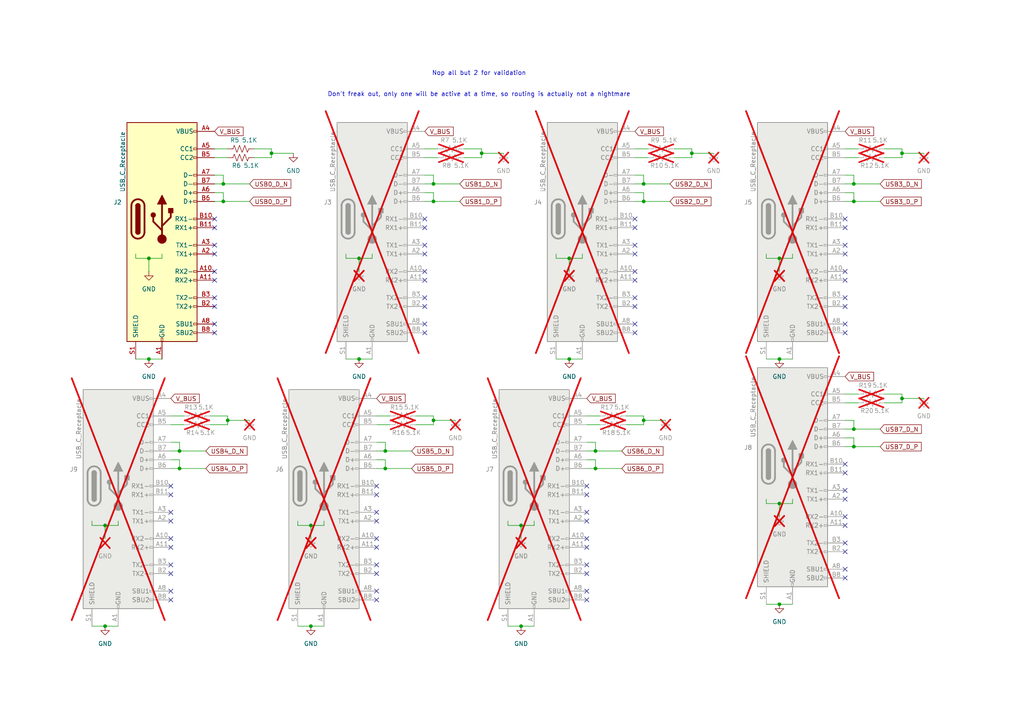
<source format=kicad_sch>
(kicad_sch
	(version 20231120)
	(generator "eeschema")
	(generator_version "8.0")
	(uuid "ff802b82-086e-436e-9f6c-381b656eea04")
	(paper "A4")
	(title_block
		(title "USB Output Ports")
		(date "2025-02-12")
	)
	(lib_symbols
		(symbol "Connector:USB_C_Receptacle"
			(pin_names
				(offset 1.016)
			)
			(exclude_from_sim no)
			(in_bom yes)
			(on_board yes)
			(property "Reference" "J"
				(at -10.16 29.21 0)
				(effects
					(font
						(size 1.27 1.27)
					)
					(justify left)
				)
			)
			(property "Value" "USB_C_Receptacle"
				(at 10.16 29.21 0)
				(effects
					(font
						(size 1.27 1.27)
					)
					(justify right)
				)
			)
			(property "Footprint" ""
				(at 3.81 0 0)
				(effects
					(font
						(size 1.27 1.27)
					)
					(hide yes)
				)
			)
			(property "Datasheet" "https://www.usb.org/sites/default/files/documents/usb_type-c.zip"
				(at 3.81 0 0)
				(effects
					(font
						(size 1.27 1.27)
					)
					(hide yes)
				)
			)
			(property "Description" "USB Full-Featured Type-C Receptacle connector"
				(at 0 0 0)
				(effects
					(font
						(size 1.27 1.27)
					)
					(hide yes)
				)
			)
			(property "ki_keywords" "usb universal serial bus type-C full-featured"
				(at 0 0 0)
				(effects
					(font
						(size 1.27 1.27)
					)
					(hide yes)
				)
			)
			(property "ki_fp_filters" "USB*C*Receptacle*"
				(at 0 0 0)
				(effects
					(font
						(size 1.27 1.27)
					)
					(hide yes)
				)
			)
			(symbol "USB_C_Receptacle_0_0"
				(rectangle
					(start -0.254 -35.56)
					(end 0.254 -34.544)
					(stroke
						(width 0)
						(type default)
					)
					(fill
						(type none)
					)
				)
				(rectangle
					(start 10.16 -32.766)
					(end 9.144 -33.274)
					(stroke
						(width 0)
						(type default)
					)
					(fill
						(type none)
					)
				)
				(rectangle
					(start 10.16 -30.226)
					(end 9.144 -30.734)
					(stroke
						(width 0)
						(type default)
					)
					(fill
						(type none)
					)
				)
				(rectangle
					(start 10.16 -25.146)
					(end 9.144 -25.654)
					(stroke
						(width 0)
						(type default)
					)
					(fill
						(type none)
					)
				)
				(rectangle
					(start 10.16 -22.606)
					(end 9.144 -23.114)
					(stroke
						(width 0)
						(type default)
					)
					(fill
						(type none)
					)
				)
				(rectangle
					(start 10.16 -17.526)
					(end 9.144 -18.034)
					(stroke
						(width 0)
						(type default)
					)
					(fill
						(type none)
					)
				)
				(rectangle
					(start 10.16 -14.986)
					(end 9.144 -15.494)
					(stroke
						(width 0)
						(type default)
					)
					(fill
						(type none)
					)
				)
				(rectangle
					(start 10.16 -9.906)
					(end 9.144 -10.414)
					(stroke
						(width 0)
						(type default)
					)
					(fill
						(type none)
					)
				)
				(rectangle
					(start 10.16 -7.366)
					(end 9.144 -7.874)
					(stroke
						(width 0)
						(type default)
					)
					(fill
						(type none)
					)
				)
				(rectangle
					(start 10.16 -2.286)
					(end 9.144 -2.794)
					(stroke
						(width 0)
						(type default)
					)
					(fill
						(type none)
					)
				)
				(rectangle
					(start 10.16 0.254)
					(end 9.144 -0.254)
					(stroke
						(width 0)
						(type default)
					)
					(fill
						(type none)
					)
				)
				(rectangle
					(start 10.16 5.334)
					(end 9.144 4.826)
					(stroke
						(width 0)
						(type default)
					)
					(fill
						(type none)
					)
				)
				(rectangle
					(start 10.16 7.874)
					(end 9.144 7.366)
					(stroke
						(width 0)
						(type default)
					)
					(fill
						(type none)
					)
				)
				(rectangle
					(start 10.16 10.414)
					(end 9.144 9.906)
					(stroke
						(width 0)
						(type default)
					)
					(fill
						(type none)
					)
				)
				(rectangle
					(start 10.16 12.954)
					(end 9.144 12.446)
					(stroke
						(width 0)
						(type default)
					)
					(fill
						(type none)
					)
				)
				(rectangle
					(start 10.16 18.034)
					(end 9.144 17.526)
					(stroke
						(width 0)
						(type default)
					)
					(fill
						(type none)
					)
				)
				(rectangle
					(start 10.16 20.574)
					(end 9.144 20.066)
					(stroke
						(width 0)
						(type default)
					)
					(fill
						(type none)
					)
				)
				(rectangle
					(start 10.16 25.654)
					(end 9.144 25.146)
					(stroke
						(width 0)
						(type default)
					)
					(fill
						(type none)
					)
				)
			)
			(symbol "USB_C_Receptacle_0_1"
				(rectangle
					(start -10.16 27.94)
					(end 10.16 -35.56)
					(stroke
						(width 0.254)
						(type default)
					)
					(fill
						(type background)
					)
				)
				(arc
					(start -8.89 -3.81)
					(mid -6.985 -5.7067)
					(end -5.08 -3.81)
					(stroke
						(width 0.508)
						(type default)
					)
					(fill
						(type none)
					)
				)
				(arc
					(start -7.62 -3.81)
					(mid -6.985 -4.4423)
					(end -6.35 -3.81)
					(stroke
						(width 0.254)
						(type default)
					)
					(fill
						(type none)
					)
				)
				(arc
					(start -7.62 -3.81)
					(mid -6.985 -4.4423)
					(end -6.35 -3.81)
					(stroke
						(width 0.254)
						(type default)
					)
					(fill
						(type outline)
					)
				)
				(rectangle
					(start -7.62 -3.81)
					(end -6.35 3.81)
					(stroke
						(width 0.254)
						(type default)
					)
					(fill
						(type outline)
					)
				)
				(arc
					(start -6.35 3.81)
					(mid -6.985 4.4423)
					(end -7.62 3.81)
					(stroke
						(width 0.254)
						(type default)
					)
					(fill
						(type none)
					)
				)
				(arc
					(start -6.35 3.81)
					(mid -6.985 4.4423)
					(end -7.62 3.81)
					(stroke
						(width 0.254)
						(type default)
					)
					(fill
						(type outline)
					)
				)
				(arc
					(start -5.08 3.81)
					(mid -6.985 5.7067)
					(end -8.89 3.81)
					(stroke
						(width 0.508)
						(type default)
					)
					(fill
						(type none)
					)
				)
				(polyline
					(pts
						(xy -8.89 -3.81) (xy -8.89 3.81)
					)
					(stroke
						(width 0.508)
						(type default)
					)
					(fill
						(type none)
					)
				)
				(polyline
					(pts
						(xy -5.08 3.81) (xy -5.08 -3.81)
					)
					(stroke
						(width 0.508)
						(type default)
					)
					(fill
						(type none)
					)
				)
			)
			(symbol "USB_C_Receptacle_1_1"
				(circle
					(center -2.54 1.143)
					(radius 0.635)
					(stroke
						(width 0.254)
						(type default)
					)
					(fill
						(type outline)
					)
				)
				(circle
					(center 0 -5.842)
					(radius 1.27)
					(stroke
						(width 0)
						(type default)
					)
					(fill
						(type outline)
					)
				)
				(polyline
					(pts
						(xy 0 -5.842) (xy 0 4.318)
					)
					(stroke
						(width 0.508)
						(type default)
					)
					(fill
						(type none)
					)
				)
				(polyline
					(pts
						(xy 0 -3.302) (xy -2.54 -0.762) (xy -2.54 0.508)
					)
					(stroke
						(width 0.508)
						(type default)
					)
					(fill
						(type none)
					)
				)
				(polyline
					(pts
						(xy 0 -2.032) (xy 2.54 0.508) (xy 2.54 1.778)
					)
					(stroke
						(width 0.508)
						(type default)
					)
					(fill
						(type none)
					)
				)
				(polyline
					(pts
						(xy -1.27 4.318) (xy 0 6.858) (xy 1.27 4.318) (xy -1.27 4.318)
					)
					(stroke
						(width 0.254)
						(type default)
					)
					(fill
						(type outline)
					)
				)
				(rectangle
					(start 1.905 1.778)
					(end 3.175 3.048)
					(stroke
						(width 0.254)
						(type default)
					)
					(fill
						(type outline)
					)
				)
				(pin passive line
					(at 0 -40.64 90)
					(length 5.08)
					(name "GND"
						(effects
							(font
								(size 1.27 1.27)
							)
						)
					)
					(number "A1"
						(effects
							(font
								(size 1.27 1.27)
							)
						)
					)
				)
				(pin bidirectional line
					(at 15.24 -15.24 180)
					(length 5.08)
					(name "RX2-"
						(effects
							(font
								(size 1.27 1.27)
							)
						)
					)
					(number "A10"
						(effects
							(font
								(size 1.27 1.27)
							)
						)
					)
				)
				(pin bidirectional line
					(at 15.24 -17.78 180)
					(length 5.08)
					(name "RX2+"
						(effects
							(font
								(size 1.27 1.27)
							)
						)
					)
					(number "A11"
						(effects
							(font
								(size 1.27 1.27)
							)
						)
					)
				)
				(pin passive line
					(at 0 -40.64 90)
					(length 5.08) hide
					(name "GND"
						(effects
							(font
								(size 1.27 1.27)
							)
						)
					)
					(number "A12"
						(effects
							(font
								(size 1.27 1.27)
							)
						)
					)
				)
				(pin bidirectional line
					(at 15.24 -10.16 180)
					(length 5.08)
					(name "TX1+"
						(effects
							(font
								(size 1.27 1.27)
							)
						)
					)
					(number "A2"
						(effects
							(font
								(size 1.27 1.27)
							)
						)
					)
				)
				(pin bidirectional line
					(at 15.24 -7.62 180)
					(length 5.08)
					(name "TX1-"
						(effects
							(font
								(size 1.27 1.27)
							)
						)
					)
					(number "A3"
						(effects
							(font
								(size 1.27 1.27)
							)
						)
					)
				)
				(pin passive line
					(at 15.24 25.4 180)
					(length 5.08)
					(name "VBUS"
						(effects
							(font
								(size 1.27 1.27)
							)
						)
					)
					(number "A4"
						(effects
							(font
								(size 1.27 1.27)
							)
						)
					)
				)
				(pin bidirectional line
					(at 15.24 20.32 180)
					(length 5.08)
					(name "CC1"
						(effects
							(font
								(size 1.27 1.27)
							)
						)
					)
					(number "A5"
						(effects
							(font
								(size 1.27 1.27)
							)
						)
					)
				)
				(pin bidirectional line
					(at 15.24 7.62 180)
					(length 5.08)
					(name "D+"
						(effects
							(font
								(size 1.27 1.27)
							)
						)
					)
					(number "A6"
						(effects
							(font
								(size 1.27 1.27)
							)
						)
					)
				)
				(pin bidirectional line
					(at 15.24 12.7 180)
					(length 5.08)
					(name "D-"
						(effects
							(font
								(size 1.27 1.27)
							)
						)
					)
					(number "A7"
						(effects
							(font
								(size 1.27 1.27)
							)
						)
					)
				)
				(pin bidirectional line
					(at 15.24 -30.48 180)
					(length 5.08)
					(name "SBU1"
						(effects
							(font
								(size 1.27 1.27)
							)
						)
					)
					(number "A8"
						(effects
							(font
								(size 1.27 1.27)
							)
						)
					)
				)
				(pin passive line
					(at 15.24 25.4 180)
					(length 5.08) hide
					(name "VBUS"
						(effects
							(font
								(size 1.27 1.27)
							)
						)
					)
					(number "A9"
						(effects
							(font
								(size 1.27 1.27)
							)
						)
					)
				)
				(pin passive line
					(at 0 -40.64 90)
					(length 5.08) hide
					(name "GND"
						(effects
							(font
								(size 1.27 1.27)
							)
						)
					)
					(number "B1"
						(effects
							(font
								(size 1.27 1.27)
							)
						)
					)
				)
				(pin bidirectional line
					(at 15.24 0 180)
					(length 5.08)
					(name "RX1-"
						(effects
							(font
								(size 1.27 1.27)
							)
						)
					)
					(number "B10"
						(effects
							(font
								(size 1.27 1.27)
							)
						)
					)
				)
				(pin bidirectional line
					(at 15.24 -2.54 180)
					(length 5.08)
					(name "RX1+"
						(effects
							(font
								(size 1.27 1.27)
							)
						)
					)
					(number "B11"
						(effects
							(font
								(size 1.27 1.27)
							)
						)
					)
				)
				(pin passive line
					(at 0 -40.64 90)
					(length 5.08) hide
					(name "GND"
						(effects
							(font
								(size 1.27 1.27)
							)
						)
					)
					(number "B12"
						(effects
							(font
								(size 1.27 1.27)
							)
						)
					)
				)
				(pin bidirectional line
					(at 15.24 -25.4 180)
					(length 5.08)
					(name "TX2+"
						(effects
							(font
								(size 1.27 1.27)
							)
						)
					)
					(number "B2"
						(effects
							(font
								(size 1.27 1.27)
							)
						)
					)
				)
				(pin bidirectional line
					(at 15.24 -22.86 180)
					(length 5.08)
					(name "TX2-"
						(effects
							(font
								(size 1.27 1.27)
							)
						)
					)
					(number "B3"
						(effects
							(font
								(size 1.27 1.27)
							)
						)
					)
				)
				(pin passive line
					(at 15.24 25.4 180)
					(length 5.08) hide
					(name "VBUS"
						(effects
							(font
								(size 1.27 1.27)
							)
						)
					)
					(number "B4"
						(effects
							(font
								(size 1.27 1.27)
							)
						)
					)
				)
				(pin bidirectional line
					(at 15.24 17.78 180)
					(length 5.08)
					(name "CC2"
						(effects
							(font
								(size 1.27 1.27)
							)
						)
					)
					(number "B5"
						(effects
							(font
								(size 1.27 1.27)
							)
						)
					)
				)
				(pin bidirectional line
					(at 15.24 5.08 180)
					(length 5.08)
					(name "D+"
						(effects
							(font
								(size 1.27 1.27)
							)
						)
					)
					(number "B6"
						(effects
							(font
								(size 1.27 1.27)
							)
						)
					)
				)
				(pin bidirectional line
					(at 15.24 10.16 180)
					(length 5.08)
					(name "D-"
						(effects
							(font
								(size 1.27 1.27)
							)
						)
					)
					(number "B7"
						(effects
							(font
								(size 1.27 1.27)
							)
						)
					)
				)
				(pin bidirectional line
					(at 15.24 -33.02 180)
					(length 5.08)
					(name "SBU2"
						(effects
							(font
								(size 1.27 1.27)
							)
						)
					)
					(number "B8"
						(effects
							(font
								(size 1.27 1.27)
							)
						)
					)
				)
				(pin passive line
					(at 15.24 25.4 180)
					(length 5.08) hide
					(name "VBUS"
						(effects
							(font
								(size 1.27 1.27)
							)
						)
					)
					(number "B9"
						(effects
							(font
								(size 1.27 1.27)
							)
						)
					)
				)
				(pin passive line
					(at -7.62 -40.64 90)
					(length 5.08)
					(name "SHIELD"
						(effects
							(font
								(size 1.27 1.27)
							)
						)
					)
					(number "S1"
						(effects
							(font
								(size 1.27 1.27)
							)
						)
					)
				)
			)
		)
		(symbol "Device:R_US"
			(pin_numbers hide)
			(pin_names
				(offset 0)
			)
			(exclude_from_sim no)
			(in_bom yes)
			(on_board yes)
			(property "Reference" "R"
				(at 2.54 0 90)
				(effects
					(font
						(size 1.27 1.27)
					)
				)
			)
			(property "Value" "R_US"
				(at -2.54 0 90)
				(effects
					(font
						(size 1.27 1.27)
					)
				)
			)
			(property "Footprint" ""
				(at 1.016 -0.254 90)
				(effects
					(font
						(size 1.27 1.27)
					)
					(hide yes)
				)
			)
			(property "Datasheet" "~"
				(at 0 0 0)
				(effects
					(font
						(size 1.27 1.27)
					)
					(hide yes)
				)
			)
			(property "Description" "Resistor, US symbol"
				(at 0 0 0)
				(effects
					(font
						(size 1.27 1.27)
					)
					(hide yes)
				)
			)
			(property "ki_keywords" "R res resistor"
				(at 0 0 0)
				(effects
					(font
						(size 1.27 1.27)
					)
					(hide yes)
				)
			)
			(property "ki_fp_filters" "R_*"
				(at 0 0 0)
				(effects
					(font
						(size 1.27 1.27)
					)
					(hide yes)
				)
			)
			(symbol "R_US_0_1"
				(polyline
					(pts
						(xy 0 -2.286) (xy 0 -2.54)
					)
					(stroke
						(width 0)
						(type default)
					)
					(fill
						(type none)
					)
				)
				(polyline
					(pts
						(xy 0 2.286) (xy 0 2.54)
					)
					(stroke
						(width 0)
						(type default)
					)
					(fill
						(type none)
					)
				)
				(polyline
					(pts
						(xy 0 -0.762) (xy 1.016 -1.143) (xy 0 -1.524) (xy -1.016 -1.905) (xy 0 -2.286)
					)
					(stroke
						(width 0)
						(type default)
					)
					(fill
						(type none)
					)
				)
				(polyline
					(pts
						(xy 0 0.762) (xy 1.016 0.381) (xy 0 0) (xy -1.016 -0.381) (xy 0 -0.762)
					)
					(stroke
						(width 0)
						(type default)
					)
					(fill
						(type none)
					)
				)
				(polyline
					(pts
						(xy 0 2.286) (xy 1.016 1.905) (xy 0 1.524) (xy -1.016 1.143) (xy 0 0.762)
					)
					(stroke
						(width 0)
						(type default)
					)
					(fill
						(type none)
					)
				)
			)
			(symbol "R_US_1_1"
				(pin passive line
					(at 0 3.81 270)
					(length 1.27)
					(name "~"
						(effects
							(font
								(size 1.27 1.27)
							)
						)
					)
					(number "1"
						(effects
							(font
								(size 1.27 1.27)
							)
						)
					)
				)
				(pin passive line
					(at 0 -3.81 90)
					(length 1.27)
					(name "~"
						(effects
							(font
								(size 1.27 1.27)
							)
						)
					)
					(number "2"
						(effects
							(font
								(size 1.27 1.27)
							)
						)
					)
				)
			)
		)
		(symbol "power:GND"
			(power)
			(pin_numbers hide)
			(pin_names
				(offset 0) hide)
			(exclude_from_sim no)
			(in_bom yes)
			(on_board yes)
			(property "Reference" "#PWR"
				(at 0 -6.35 0)
				(effects
					(font
						(size 1.27 1.27)
					)
					(hide yes)
				)
			)
			(property "Value" "GND"
				(at 0 -3.81 0)
				(effects
					(font
						(size 1.27 1.27)
					)
				)
			)
			(property "Footprint" ""
				(at 0 0 0)
				(effects
					(font
						(size 1.27 1.27)
					)
					(hide yes)
				)
			)
			(property "Datasheet" ""
				(at 0 0 0)
				(effects
					(font
						(size 1.27 1.27)
					)
					(hide yes)
				)
			)
			(property "Description" "Power symbol creates a global label with name \"GND\" , ground"
				(at 0 0 0)
				(effects
					(font
						(size 1.27 1.27)
					)
					(hide yes)
				)
			)
			(property "ki_keywords" "global power"
				(at 0 0 0)
				(effects
					(font
						(size 1.27 1.27)
					)
					(hide yes)
				)
			)
			(symbol "GND_0_1"
				(polyline
					(pts
						(xy 0 0) (xy 0 -1.27) (xy 1.27 -1.27) (xy 0 -2.54) (xy -1.27 -1.27) (xy 0 -1.27)
					)
					(stroke
						(width 0)
						(type default)
					)
					(fill
						(type none)
					)
				)
			)
			(symbol "GND_1_1"
				(pin power_in line
					(at 0 0 270)
					(length 0)
					(name "~"
						(effects
							(font
								(size 1.27 1.27)
							)
						)
					)
					(number "1"
						(effects
							(font
								(size 1.27 1.27)
							)
						)
					)
				)
			)
		)
	)
	(junction
		(at 172.72 135.89)
		(diameter 0)
		(color 0 0 0 0)
		(uuid "036ca630-3cf3-4307-95e7-a06899862ab9")
	)
	(junction
		(at 43.18 104.14)
		(diameter 0)
		(color 0 0 0 0)
		(uuid "09a20b8d-ff63-4f5f-ad4d-f935d5fc29bf")
	)
	(junction
		(at 247.65 129.54)
		(diameter 0)
		(color 0 0 0 0)
		(uuid "0d685222-36e0-4118-955b-30bb0f4923ce")
	)
	(junction
		(at 43.18 74.93)
		(diameter 0)
		(color 0 0 0 0)
		(uuid "17b6f3a0-d3a2-4a0b-9636-00b1414a9778")
	)
	(junction
		(at 30.48 152.4)
		(diameter 0)
		(color 0 0 0 0)
		(uuid "18df7774-a047-4170-bc38-efd026e732fb")
	)
	(junction
		(at 226.06 175.26)
		(diameter 0)
		(color 0 0 0 0)
		(uuid "1e12744e-b269-43fe-a1fb-849c14efdfcb")
	)
	(junction
		(at 261.62 44.45)
		(diameter 0)
		(color 0 0 0 0)
		(uuid "29125a1e-667d-4dc9-9cca-3c5f380feaeb")
	)
	(junction
		(at 64.77 58.42)
		(diameter 0)
		(color 0 0 0 0)
		(uuid "3b32b2de-9879-4869-99c4-0cce035eb939")
	)
	(junction
		(at 247.65 58.42)
		(diameter 0)
		(color 0 0 0 0)
		(uuid "3dbfeaa1-954d-4a9a-b913-1631b9aa77a2")
	)
	(junction
		(at 90.17 152.4)
		(diameter 0)
		(color 0 0 0 0)
		(uuid "40363fe4-3396-4106-aa31-27712605c73b")
	)
	(junction
		(at 125.73 58.42)
		(diameter 0)
		(color 0 0 0 0)
		(uuid "48bba4aa-1226-471a-ac04-f13e81902227")
	)
	(junction
		(at 186.69 58.42)
		(diameter 0)
		(color 0 0 0 0)
		(uuid "4eb5487e-7399-461f-a086-e58374d7dc2d")
	)
	(junction
		(at 125.73 53.34)
		(diameter 0)
		(color 0 0 0 0)
		(uuid "51905e1d-264b-488a-9488-5ed229f07f5c")
	)
	(junction
		(at 200.66 44.45)
		(diameter 0)
		(color 0 0 0 0)
		(uuid "52d57594-e158-44ce-9342-99fb2b4df9df")
	)
	(junction
		(at 52.07 130.81)
		(diameter 0)
		(color 0 0 0 0)
		(uuid "5632a672-9a98-49f8-acde-0c018e460aba")
	)
	(junction
		(at 30.48 181.61)
		(diameter 0)
		(color 0 0 0 0)
		(uuid "5fb7d9b2-7b75-440a-becb-94a5b6b588e1")
	)
	(junction
		(at 247.65 124.46)
		(diameter 0)
		(color 0 0 0 0)
		(uuid "636129f0-6efb-4b85-ad07-b8d21de776b5")
	)
	(junction
		(at 165.1 74.93)
		(diameter 0)
		(color 0 0 0 0)
		(uuid "6bfed114-37fc-4a90-9271-6432da788ccc")
	)
	(junction
		(at 66.04 121.92)
		(diameter 0)
		(color 0 0 0 0)
		(uuid "6e19092e-bbad-4202-bad8-6c7e42c5060c")
	)
	(junction
		(at 64.77 53.34)
		(diameter 0)
		(color 0 0 0 0)
		(uuid "7147b141-0143-4b05-ae27-16389f9dec8b")
	)
	(junction
		(at 247.65 53.34)
		(diameter 0)
		(color 0 0 0 0)
		(uuid "77c55bf5-89cc-4d7a-b513-73a37ec63314")
	)
	(junction
		(at 226.06 146.05)
		(diameter 0)
		(color 0 0 0 0)
		(uuid "78de162b-0a28-4da3-9bd5-e446dcfce1e5")
	)
	(junction
		(at 186.69 53.34)
		(diameter 0)
		(color 0 0 0 0)
		(uuid "8ee4132b-82ac-4990-92b4-01a8e7f175ad")
	)
	(junction
		(at 151.13 181.61)
		(diameter 0)
		(color 0 0 0 0)
		(uuid "a9c4da73-32c1-4da7-8833-62a496bfd77e")
	)
	(junction
		(at 52.07 135.89)
		(diameter 0)
		(color 0 0 0 0)
		(uuid "b43cde7a-6f63-40d9-bab1-42836e4b04d8")
	)
	(junction
		(at 151.13 152.4)
		(diameter 0)
		(color 0 0 0 0)
		(uuid "bba090b1-da88-41e7-8d55-0d2ee46f7223")
	)
	(junction
		(at 104.14 104.14)
		(diameter 0)
		(color 0 0 0 0)
		(uuid "c74ce101-8c2e-4e3d-b203-f7538cd0ea27")
	)
	(junction
		(at 104.14 74.93)
		(diameter 0)
		(color 0 0 0 0)
		(uuid "cabaeeba-1beb-4206-9f92-f82f3ba17fa9")
	)
	(junction
		(at 111.76 135.89)
		(diameter 0)
		(color 0 0 0 0)
		(uuid "cd1da6d3-4ac8-48d8-bd04-a9625fa3258e")
	)
	(junction
		(at 111.76 130.81)
		(diameter 0)
		(color 0 0 0 0)
		(uuid "cea544e2-d7b6-4bcf-b80e-ff8ae36b8b8b")
	)
	(junction
		(at 261.62 115.57)
		(diameter 0)
		(color 0 0 0 0)
		(uuid "d2a30695-5955-450b-a414-3589e8b94aa3")
	)
	(junction
		(at 78.74 44.45)
		(diameter 0)
		(color 0 0 0 0)
		(uuid "d39f8bfa-fb68-4885-b4b3-751b14c1f4df")
	)
	(junction
		(at 172.72 130.81)
		(diameter 0)
		(color 0 0 0 0)
		(uuid "d7c5a57a-a63a-422b-b58f-6a448797bb6a")
	)
	(junction
		(at 165.1 104.14)
		(diameter 0)
		(color 0 0 0 0)
		(uuid "dc93967f-0ebe-46b5-951e-cbf3f01b6283")
	)
	(junction
		(at 139.7 44.45)
		(diameter 0)
		(color 0 0 0 0)
		(uuid "e0eac11c-fb80-4cd3-9266-ccd29ce06b5a")
	)
	(junction
		(at 226.06 74.93)
		(diameter 0)
		(color 0 0 0 0)
		(uuid "e16a9be3-bbcd-45ad-9158-44087f01d892")
	)
	(junction
		(at 186.69 121.92)
		(diameter 0)
		(color 0 0 0 0)
		(uuid "f237508b-173a-4a8f-b35e-041c639f2bff")
	)
	(junction
		(at 90.17 181.61)
		(diameter 0)
		(color 0 0 0 0)
		(uuid "f2f5f060-84af-4913-9607-99d720bd4c02")
	)
	(junction
		(at 125.73 121.92)
		(diameter 0)
		(color 0 0 0 0)
		(uuid "f475a97a-78b7-470d-9b2c-7d4c23b4a10b")
	)
	(junction
		(at 226.06 104.14)
		(diameter 0)
		(color 0 0 0 0)
		(uuid "fe993d52-9751-4068-8290-795c8b40b1e2")
	)
	(no_connect
		(at 245.11 96.52)
		(uuid "04ca8efc-e1eb-4d6d-8b1e-48a329843305")
	)
	(no_connect
		(at 245.11 71.12)
		(uuid "08aea30c-923f-4bff-8d10-e87cd143ff5d")
	)
	(no_connect
		(at 245.11 137.16)
		(uuid "0c2a9abd-25e8-4827-841e-2dc94f665f25")
	)
	(no_connect
		(at 49.53 156.21)
		(uuid "0f0b17d3-b51a-4f6a-80e5-cf9fd7343c72")
	)
	(no_connect
		(at 49.53 158.75)
		(uuid "11819231-988c-4286-a3b0-d05a6a464630")
	)
	(no_connect
		(at 109.22 143.51)
		(uuid "1191db4c-487a-4313-b9db-01322e899ce7")
	)
	(no_connect
		(at 123.19 96.52)
		(uuid "120cb150-3f1c-4658-8570-ed997b3b51b4")
	)
	(no_connect
		(at 170.18 140.97)
		(uuid "16016f25-9a35-4627-80e9-bb02889b0fb2")
	)
	(no_connect
		(at 245.11 152.4)
		(uuid "16f8de90-8526-4281-b20c-42189573259d")
	)
	(no_connect
		(at 170.18 143.51)
		(uuid "1a3de36c-c65d-4bf4-ae9d-d6579d1a7432")
	)
	(no_connect
		(at 245.11 165.1)
		(uuid "1d715491-17b3-46d3-932c-cf9dc194c543")
	)
	(no_connect
		(at 62.23 81.28)
		(uuid "1dce6e34-1fc1-4018-9025-18c086e5d1b6")
	)
	(no_connect
		(at 123.19 78.74)
		(uuid "1fa099e5-ac4a-43be-b9ac-d418ec049255")
	)
	(no_connect
		(at 49.53 148.59)
		(uuid "209b0205-3fa9-470d-8647-c680a099684f")
	)
	(no_connect
		(at 170.18 166.37)
		(uuid "20b673a4-faaf-40f1-aaff-5afd15b95891")
	)
	(no_connect
		(at 62.23 63.5)
		(uuid "2421de67-53c1-416b-9658-c4427445d3f0")
	)
	(no_connect
		(at 184.15 93.98)
		(uuid "2495386a-9baf-4b4b-9f99-4daa27547f09")
	)
	(no_connect
		(at 49.53 151.13)
		(uuid "25ec95b9-74a6-4f65-b2a4-87aecf95f10d")
	)
	(no_connect
		(at 245.11 81.28)
		(uuid "28ee18a6-9a75-49cd-aacc-30c42ead499d")
	)
	(no_connect
		(at 245.11 88.9)
		(uuid "29105dc7-411e-419e-abdc-46a29b8720de")
	)
	(no_connect
		(at 49.53 140.97)
		(uuid "2a447c28-e2e1-4b88-81cc-c860887a7578")
	)
	(no_connect
		(at 62.23 73.66)
		(uuid "2d162aa9-044e-4365-b2f4-a87156badafe")
	)
	(no_connect
		(at 62.23 86.36)
		(uuid "31dbbec0-c2f1-48b2-8afa-9e61fa9cdba4")
	)
	(no_connect
		(at 245.11 167.64)
		(uuid "39f7c5e1-3d13-434a-9e34-93460c86feee")
	)
	(no_connect
		(at 184.15 81.28)
		(uuid "3a155cd8-ca94-4b33-a430-9fadb534a807")
	)
	(no_connect
		(at 245.11 149.86)
		(uuid "3a300bf6-48a8-4483-be9b-fa8f469303d5")
	)
	(no_connect
		(at 170.18 171.45)
		(uuid "3c929958-70da-4c7d-80db-20dac5ebd504")
	)
	(no_connect
		(at 49.53 143.51)
		(uuid "3cf5ef44-4940-4151-9847-477e93ac34ff")
	)
	(no_connect
		(at 123.19 88.9)
		(uuid "436fe93d-2c35-4871-b518-7d8b85c9b1d3")
	)
	(no_connect
		(at 109.22 151.13)
		(uuid "449721ab-808c-4a83-89ee-ba5841c9e08f")
	)
	(no_connect
		(at 184.15 96.52)
		(uuid "4517421c-1364-453a-b9c9-007ad1a91925")
	)
	(no_connect
		(at 109.22 163.83)
		(uuid "462fe461-f713-4208-baa5-1be94d3b3f43")
	)
	(no_connect
		(at 245.11 73.66)
		(uuid "46ee57ea-1321-411d-be52-c20d008c637b")
	)
	(no_connect
		(at 184.15 88.9)
		(uuid "480b1de5-1c57-49e7-a323-3d73c2e9778e")
	)
	(no_connect
		(at 170.18 173.99)
		(uuid "4c8e845e-afe6-4aed-91bf-636e595bd747")
	)
	(no_connect
		(at 245.11 142.24)
		(uuid "4f40f376-7666-4426-9607-f5ccaf5c8d05")
	)
	(no_connect
		(at 123.19 93.98)
		(uuid "55534f21-a6b5-4ff3-80a4-30004bbaaa73")
	)
	(no_connect
		(at 123.19 66.04)
		(uuid "5667d542-ba32-4470-a338-c9afae83d2fd")
	)
	(no_connect
		(at 245.11 78.74)
		(uuid "5c622abf-fa12-4cdb-93df-897da9011892")
	)
	(no_connect
		(at 184.15 73.66)
		(uuid "62bfd862-e3c4-4faf-94c9-a87736097fbf")
	)
	(no_connect
		(at 170.18 163.83)
		(uuid "69e5df99-eb3c-4124-a799-d9f1c9fad766")
	)
	(no_connect
		(at 123.19 86.36)
		(uuid "725889ba-3c53-44bf-a5eb-f3222c25e16c")
	)
	(no_connect
		(at 109.22 173.99)
		(uuid "74f2731e-8548-4929-b8ea-3e2db2e10242")
	)
	(no_connect
		(at 49.53 171.45)
		(uuid "76c23304-a453-430b-8de4-006bef2a3c17")
	)
	(no_connect
		(at 170.18 148.59)
		(uuid "8049108b-fb1e-41e2-b550-7dcd3ec1c17b")
	)
	(no_connect
		(at 109.22 148.59)
		(uuid "812c38a4-dfb6-4c48-a632-4637d14ad508")
	)
	(no_connect
		(at 170.18 158.75)
		(uuid "81a5430b-a5c5-4a02-8677-e80feb95ed92")
	)
	(no_connect
		(at 123.19 73.66)
		(uuid "8a67bd59-a40d-4938-be40-9646e031925a")
	)
	(no_connect
		(at 62.23 66.04)
		(uuid "8f4d1bda-e84f-4206-821d-7ac3dd57cfcb")
	)
	(no_connect
		(at 245.11 63.5)
		(uuid "94c6f6e0-9f6c-4503-8341-d56c13d5eac9")
	)
	(no_connect
		(at 109.22 166.37)
		(uuid "9790051a-503f-4cb0-8738-87ff8d308496")
	)
	(no_connect
		(at 62.23 93.98)
		(uuid "9cfb2420-563c-4532-980f-ea8cfb521c5a")
	)
	(no_connect
		(at 184.15 86.36)
		(uuid "a179b24d-ae78-4d0b-9170-8abf0723c9a9")
	)
	(no_connect
		(at 109.22 171.45)
		(uuid "a566ae49-2f7e-42b6-bbd0-9c391d6ff2aa")
	)
	(no_connect
		(at 62.23 78.74)
		(uuid "a866d229-a3df-4bfe-9c70-a880e98bdd31")
	)
	(no_connect
		(at 49.53 163.83)
		(uuid "a9dd0f90-a61d-4bdf-89fc-a3234c41d657")
	)
	(no_connect
		(at 170.18 151.13)
		(uuid "b7d29f12-d121-4050-8904-d11fa996a457")
	)
	(no_connect
		(at 62.23 88.9)
		(uuid "b8cb0af2-c3e9-4ef0-9b4b-29d61e7a1f24")
	)
	(no_connect
		(at 49.53 173.99)
		(uuid "ba4782f0-fb39-41a4-9163-860357d51841")
	)
	(no_connect
		(at 123.19 71.12)
		(uuid "bb386604-864c-40f2-9745-a3507e459e78")
	)
	(no_connect
		(at 245.11 134.62)
		(uuid "c26f338b-6d64-4db1-8fac-d0daa3d51577")
	)
	(no_connect
		(at 245.11 160.02)
		(uuid "c3296ae4-9bd4-4545-9c23-9bf38bcd90b9")
	)
	(no_connect
		(at 245.11 66.04)
		(uuid "ca0c0378-db0d-441d-b5de-00ea2f8d81b8")
	)
	(no_connect
		(at 245.11 93.98)
		(uuid "d380a7ef-c12a-4127-81a6-c88cfcf1d8be")
	)
	(no_connect
		(at 123.19 81.28)
		(uuid "d4527b6c-b8c3-4571-b3db-20cfe6c1b5b0")
	)
	(no_connect
		(at 62.23 71.12)
		(uuid "d57fb165-e8bc-47a0-ad62-66fb6a6fcd53")
	)
	(no_connect
		(at 245.11 144.78)
		(uuid "d8af5cdc-150e-42dd-b153-654c1c06c964")
	)
	(no_connect
		(at 170.18 156.21)
		(uuid "da7a68be-d658-489a-829a-6b73c1ee3c41")
	)
	(no_connect
		(at 49.53 166.37)
		(uuid "dcfaae94-feac-4a0e-89c4-8f430db36cac")
	)
	(no_connect
		(at 184.15 66.04)
		(uuid "eeb9e181-4864-470a-b972-1beff5037aac")
	)
	(no_connect
		(at 245.11 157.48)
		(uuid "efa195f3-2319-4412-8c4c-591aa1990288")
	)
	(no_connect
		(at 123.19 63.5)
		(uuid "f3b8a29b-c63b-4f33-8eb6-f189841d30e4")
	)
	(no_connect
		(at 184.15 71.12)
		(uuid "f4aa2a1d-0ceb-4916-a691-5dfcea6fb4e3")
	)
	(no_connect
		(at 109.22 158.75)
		(uuid "f4bd9e56-0a3b-420b-8f6e-290655886955")
	)
	(no_connect
		(at 109.22 156.21)
		(uuid "f5058d50-55ef-49d2-a5cd-394a242110b4")
	)
	(no_connect
		(at 184.15 78.74)
		(uuid "f5400df6-cf94-4624-a34e-8cb54af25472")
	)
	(no_connect
		(at 245.11 86.36)
		(uuid "f6e0fca9-00b7-45b8-b3a0-a0f2edc60712")
	)
	(no_connect
		(at 62.23 96.52)
		(uuid "f9fba8e7-e2ea-4c1b-bc1d-db7999fd4114")
	)
	(no_connect
		(at 109.22 140.97)
		(uuid "fa86426c-09df-461d-9c49-7e7411979ce9")
	)
	(no_connect
		(at 184.15 63.5)
		(uuid "fb3ad173-b709-4177-b24f-c15f80ba3f71")
	)
	(wire
		(pts
			(xy 111.76 128.27) (xy 111.76 130.81)
		)
		(stroke
			(width 0)
			(type default)
		)
		(uuid "0299e63d-09a3-45d2-80c5-10988ab5ce84")
	)
	(wire
		(pts
			(xy 34.29 152.4) (xy 34.29 151.13)
		)
		(stroke
			(width 0)
			(type default)
		)
		(uuid "058b31e0-a8d3-49ee-8813-87b8da5f68f0")
	)
	(wire
		(pts
			(xy 90.17 152.4) (xy 93.98 152.4)
		)
		(stroke
			(width 0)
			(type default)
		)
		(uuid "08751839-b549-447e-9e1d-b61b2082281a")
	)
	(wire
		(pts
			(xy 123.19 50.8) (xy 125.73 50.8)
		)
		(stroke
			(width 0)
			(type default)
		)
		(uuid "08b30217-3e3a-45bd-a0e6-c9f3ac48a381")
	)
	(wire
		(pts
			(xy 151.13 152.4) (xy 151.13 156.21)
		)
		(stroke
			(width 0)
			(type default)
		)
		(uuid "09dcb138-1b42-4ca2-aa65-52cfd59f551e")
	)
	(wire
		(pts
			(xy 139.7 45.72) (xy 134.62 45.72)
		)
		(stroke
			(width 0)
			(type default)
		)
		(uuid "0a7efe00-94c0-41da-acdd-27fa386cc784")
	)
	(wire
		(pts
			(xy 46.99 74.93) (xy 46.99 73.66)
		)
		(stroke
			(width 0)
			(type default)
		)
		(uuid "0b50fa51-7d4d-49b9-8225-3bb202fb94aa")
	)
	(wire
		(pts
			(xy 86.36 152.4) (xy 86.36 151.13)
		)
		(stroke
			(width 0)
			(type default)
		)
		(uuid "0bf9cfc2-2082-40aa-9925-7bd96403b741")
	)
	(wire
		(pts
			(xy 109.22 123.19) (xy 113.03 123.19)
		)
		(stroke
			(width 0)
			(type default)
		)
		(uuid "0cfdd499-9925-4eaa-b0e7-50b4c266d2a8")
	)
	(wire
		(pts
			(xy 125.73 121.92) (xy 132.08 121.92)
		)
		(stroke
			(width 0)
			(type default)
		)
		(uuid "0d53f207-a675-4662-86d4-6e84349e7fe3")
	)
	(wire
		(pts
			(xy 147.32 181.61) (xy 151.13 181.61)
		)
		(stroke
			(width 0)
			(type default)
		)
		(uuid "11b80a79-596f-47ce-8820-cd6b6207600a")
	)
	(wire
		(pts
			(xy 66.04 123.19) (xy 60.96 123.19)
		)
		(stroke
			(width 0)
			(type default)
		)
		(uuid "1356afc3-2b38-4d6f-9988-89d2fa6128dc")
	)
	(wire
		(pts
			(xy 161.29 74.93) (xy 161.29 73.66)
		)
		(stroke
			(width 0)
			(type default)
		)
		(uuid "13c67bf5-0715-4c41-be69-c5817c5341da")
	)
	(wire
		(pts
			(xy 147.32 152.4) (xy 151.13 152.4)
		)
		(stroke
			(width 0)
			(type default)
		)
		(uuid "162d8e03-6edd-492e-aae7-9bee17828d8f")
	)
	(wire
		(pts
			(xy 49.53 135.89) (xy 52.07 135.89)
		)
		(stroke
			(width 0)
			(type default)
		)
		(uuid "16935ebb-dc8c-4dbd-a715-4df607992950")
	)
	(wire
		(pts
			(xy 229.87 146.05) (xy 229.87 144.78)
		)
		(stroke
			(width 0)
			(type default)
		)
		(uuid "1707fd25-a202-46f4-a258-17876aaece1d")
	)
	(wire
		(pts
			(xy 200.66 45.72) (xy 195.58 45.72)
		)
		(stroke
			(width 0)
			(type default)
		)
		(uuid "176bfa0b-1e1f-4f16-803b-3cad02d70730")
	)
	(wire
		(pts
			(xy 49.53 133.35) (xy 52.07 133.35)
		)
		(stroke
			(width 0)
			(type default)
		)
		(uuid "185f9a5f-99cf-4855-87a6-9b9fe637ebcb")
	)
	(wire
		(pts
			(xy 245.11 53.34) (xy 247.65 53.34)
		)
		(stroke
			(width 0)
			(type default)
		)
		(uuid "189d00a1-6917-40ac-bd10-4258d0e9940a")
	)
	(wire
		(pts
			(xy 78.74 44.45) (xy 78.74 45.72)
		)
		(stroke
			(width 0)
			(type default)
		)
		(uuid "21133d6c-1056-4475-b0ba-039e501c5807")
	)
	(wire
		(pts
			(xy 226.06 74.93) (xy 229.87 74.93)
		)
		(stroke
			(width 0)
			(type default)
		)
		(uuid "21e43872-7772-4ace-a829-d3e5bf273c18")
	)
	(wire
		(pts
			(xy 78.74 44.45) (xy 85.09 44.45)
		)
		(stroke
			(width 0)
			(type default)
		)
		(uuid "22c958d7-e580-4e42-ac71-545662b2abd1")
	)
	(wire
		(pts
			(xy 222.25 175.26) (xy 226.06 175.26)
		)
		(stroke
			(width 0)
			(type default)
		)
		(uuid "25458c0b-add2-4a43-8374-cea156ff27a9")
	)
	(wire
		(pts
			(xy 100.33 104.14) (xy 104.14 104.14)
		)
		(stroke
			(width 0)
			(type default)
		)
		(uuid "27192fd4-6abf-456e-bd78-63f6154d3488")
	)
	(wire
		(pts
			(xy 123.19 55.88) (xy 125.73 55.88)
		)
		(stroke
			(width 0)
			(type default)
		)
		(uuid "28e7ed98-939f-456e-afe6-cf535e397dbc")
	)
	(wire
		(pts
			(xy 151.13 181.61) (xy 154.94 181.61)
		)
		(stroke
			(width 0)
			(type default)
		)
		(uuid "2982881a-f26a-4880-93a2-746c634dac62")
	)
	(wire
		(pts
			(xy 261.62 45.72) (xy 256.54 45.72)
		)
		(stroke
			(width 0)
			(type default)
		)
		(uuid "2a7e704e-2286-4dd6-add8-4d36096f2e52")
	)
	(wire
		(pts
			(xy 93.98 152.4) (xy 93.98 151.13)
		)
		(stroke
			(width 0)
			(type default)
		)
		(uuid "2b44c2eb-5f6d-4d34-a107-68b0be704a6f")
	)
	(wire
		(pts
			(xy 261.62 43.18) (xy 256.54 43.18)
		)
		(stroke
			(width 0)
			(type default)
		)
		(uuid "2b8bd0aa-1e0a-4073-aecb-b6fc41db3f80")
	)
	(wire
		(pts
			(xy 245.11 43.18) (xy 248.92 43.18)
		)
		(stroke
			(width 0)
			(type default)
		)
		(uuid "2d338a9d-d555-4046-851e-ad827a8e5bcb")
	)
	(wire
		(pts
			(xy 62.23 55.88) (xy 64.77 55.88)
		)
		(stroke
			(width 0)
			(type default)
		)
		(uuid "319e694a-758d-4f9f-9044-214bdcc5d9db")
	)
	(wire
		(pts
			(xy 26.67 181.61) (xy 30.48 181.61)
		)
		(stroke
			(width 0)
			(type default)
		)
		(uuid "3321709e-a85b-44c7-b471-de8f2668aba5")
	)
	(wire
		(pts
			(xy 170.18 123.19) (xy 173.99 123.19)
		)
		(stroke
			(width 0)
			(type default)
		)
		(uuid "358b4830-d76c-4347-82db-1fd3d38f70f7")
	)
	(wire
		(pts
			(xy 30.48 152.4) (xy 34.29 152.4)
		)
		(stroke
			(width 0)
			(type default)
		)
		(uuid "35db681c-e535-4c4a-a908-20bb740ecd34")
	)
	(wire
		(pts
			(xy 184.15 58.42) (xy 186.69 58.42)
		)
		(stroke
			(width 0)
			(type default)
		)
		(uuid "365e9f53-eaa8-44cf-85fe-9f7a3223f2b9")
	)
	(wire
		(pts
			(xy 170.18 133.35) (xy 172.72 133.35)
		)
		(stroke
			(width 0)
			(type default)
		)
		(uuid "36e919c2-f870-402f-a3cc-239173c5918a")
	)
	(wire
		(pts
			(xy 123.19 45.72) (xy 127 45.72)
		)
		(stroke
			(width 0)
			(type default)
		)
		(uuid "37a815a1-34f6-47e1-aadd-29164db2510f")
	)
	(wire
		(pts
			(xy 165.1 104.14) (xy 168.91 104.14)
		)
		(stroke
			(width 0)
			(type default)
		)
		(uuid "39128bfe-7550-4d1e-8a21-302df511cb3c")
	)
	(wire
		(pts
			(xy 222.25 74.93) (xy 226.06 74.93)
		)
		(stroke
			(width 0)
			(type default)
		)
		(uuid "3b58198a-8fb5-4b19-ad55-24c715679bfc")
	)
	(wire
		(pts
			(xy 125.73 120.65) (xy 120.65 120.65)
		)
		(stroke
			(width 0)
			(type default)
		)
		(uuid "3b58968f-badc-402f-920c-61c65cd1d194")
	)
	(wire
		(pts
			(xy 125.73 50.8) (xy 125.73 53.34)
		)
		(stroke
			(width 0)
			(type default)
		)
		(uuid "3c0f5615-0e35-4208-ba21-85304bf68ce7")
	)
	(wire
		(pts
			(xy 26.67 152.4) (xy 30.48 152.4)
		)
		(stroke
			(width 0)
			(type default)
		)
		(uuid "3e309c85-cf75-448a-8eba-ebcbed070e70")
	)
	(wire
		(pts
			(xy 52.07 133.35) (xy 52.07 135.89)
		)
		(stroke
			(width 0)
			(type default)
		)
		(uuid "423f60ab-1acf-4576-a9e7-5942603d3d3e")
	)
	(wire
		(pts
			(xy 104.14 74.93) (xy 104.14 78.74)
		)
		(stroke
			(width 0)
			(type default)
		)
		(uuid "4268c7ca-b80a-4f20-9be8-2238f8975e4f")
	)
	(wire
		(pts
			(xy 222.25 104.14) (xy 226.06 104.14)
		)
		(stroke
			(width 0)
			(type default)
		)
		(uuid "4584ab27-75d7-46f7-872c-e1b0bf931862")
	)
	(wire
		(pts
			(xy 261.62 115.57) (xy 267.97 115.57)
		)
		(stroke
			(width 0)
			(type default)
		)
		(uuid "45a7fb91-016f-47be-86be-65ad2c0368ca")
	)
	(wire
		(pts
			(xy 52.07 135.89) (xy 59.69 135.89)
		)
		(stroke
			(width 0)
			(type default)
		)
		(uuid "46f79742-dc4f-428b-9c49-80bd21fc720e")
	)
	(wire
		(pts
			(xy 39.37 74.93) (xy 39.37 73.66)
		)
		(stroke
			(width 0)
			(type default)
		)
		(uuid "47ba4a78-f9a7-4af9-92c7-29ee513cac09")
	)
	(wire
		(pts
			(xy 39.37 74.93) (xy 43.18 74.93)
		)
		(stroke
			(width 0)
			(type default)
		)
		(uuid "489ab71c-0d6f-4566-9e68-8a08ea3778f7")
	)
	(wire
		(pts
			(xy 100.33 74.93) (xy 100.33 73.66)
		)
		(stroke
			(width 0)
			(type default)
		)
		(uuid "49d04486-2a6a-4970-a7ce-74c0a15f5bfb")
	)
	(wire
		(pts
			(xy 86.36 152.4) (xy 90.17 152.4)
		)
		(stroke
			(width 0)
			(type default)
		)
		(uuid "4b0f7bb6-8dad-4fe8-8e7c-5c1760efa8ef")
	)
	(wire
		(pts
			(xy 170.18 130.81) (xy 172.72 130.81)
		)
		(stroke
			(width 0)
			(type default)
		)
		(uuid "4c3640dc-e161-4346-8808-3c22fafbf221")
	)
	(wire
		(pts
			(xy 226.06 74.93) (xy 226.06 78.74)
		)
		(stroke
			(width 0)
			(type default)
		)
		(uuid "50e4ae49-080d-465e-b66b-3425898b1e53")
	)
	(wire
		(pts
			(xy 226.06 146.05) (xy 226.06 149.86)
		)
		(stroke
			(width 0)
			(type default)
		)
		(uuid "50efc017-2d04-4661-a9d3-183b80568dd6")
	)
	(wire
		(pts
			(xy 151.13 152.4) (xy 154.94 152.4)
		)
		(stroke
			(width 0)
			(type default)
		)
		(uuid "515f2ea4-ec04-420c-bef1-1fcb8bb40fe9")
	)
	(wire
		(pts
			(xy 111.76 133.35) (xy 111.76 135.89)
		)
		(stroke
			(width 0)
			(type default)
		)
		(uuid "54120376-96aa-45b6-bf77-86bd196bddb1")
	)
	(wire
		(pts
			(xy 186.69 55.88) (xy 186.69 58.42)
		)
		(stroke
			(width 0)
			(type default)
		)
		(uuid "54e58a5c-41bd-4246-8d2e-741070386bac")
	)
	(wire
		(pts
			(xy 184.15 45.72) (xy 187.96 45.72)
		)
		(stroke
			(width 0)
			(type default)
		)
		(uuid "54f67520-1ccd-4c26-a66c-b3946794066a")
	)
	(wire
		(pts
			(xy 226.06 175.26) (xy 229.87 175.26)
		)
		(stroke
			(width 0)
			(type default)
		)
		(uuid "57084e37-ca73-4979-884f-7f8c3630e8b5")
	)
	(wire
		(pts
			(xy 184.15 53.34) (xy 186.69 53.34)
		)
		(stroke
			(width 0)
			(type default)
		)
		(uuid "587762e6-ee5a-439f-a508-dc6d3c45ddb6")
	)
	(wire
		(pts
			(xy 111.76 135.89) (xy 119.38 135.89)
		)
		(stroke
			(width 0)
			(type default)
		)
		(uuid "5c8f7be1-1282-4179-aaca-6ea98678fa76")
	)
	(wire
		(pts
			(xy 64.77 50.8) (xy 64.77 53.34)
		)
		(stroke
			(width 0)
			(type default)
		)
		(uuid "5d39b544-2dd2-4272-8827-c522af49df1a")
	)
	(wire
		(pts
			(xy 49.53 123.19) (xy 53.34 123.19)
		)
		(stroke
			(width 0)
			(type default)
		)
		(uuid "5dfd92c1-2755-4467-a2f1-e01877986717")
	)
	(wire
		(pts
			(xy 109.22 135.89) (xy 111.76 135.89)
		)
		(stroke
			(width 0)
			(type default)
		)
		(uuid "60ff4e53-0048-474f-98b8-9ee9c299fc56")
	)
	(wire
		(pts
			(xy 200.66 44.45) (xy 200.66 45.72)
		)
		(stroke
			(width 0)
			(type default)
		)
		(uuid "62d94776-2e8a-488d-b638-d4308c596791")
	)
	(wire
		(pts
			(xy 161.29 104.14) (xy 165.1 104.14)
		)
		(stroke
			(width 0)
			(type default)
		)
		(uuid "631b75d1-699e-4b07-b880-2cfb3f7ef51f")
	)
	(wire
		(pts
			(xy 184.15 50.8) (xy 186.69 50.8)
		)
		(stroke
			(width 0)
			(type default)
		)
		(uuid "6914d074-2cfe-41a6-aa5c-762e2368b27f")
	)
	(wire
		(pts
			(xy 30.48 152.4) (xy 30.48 156.21)
		)
		(stroke
			(width 0)
			(type default)
		)
		(uuid "69c31c35-cf29-425e-b099-c6beff72e2ee")
	)
	(wire
		(pts
			(xy 43.18 74.93) (xy 46.99 74.93)
		)
		(stroke
			(width 0)
			(type default)
		)
		(uuid "6ac9a249-5693-44de-b359-44e046e23f92")
	)
	(wire
		(pts
			(xy 200.66 43.18) (xy 200.66 44.45)
		)
		(stroke
			(width 0)
			(type default)
		)
		(uuid "6cb4c74d-7322-4f60-a623-b68b8ae24ac3")
	)
	(wire
		(pts
			(xy 139.7 44.45) (xy 139.7 45.72)
		)
		(stroke
			(width 0)
			(type default)
		)
		(uuid "6e707283-dce2-4244-9909-8011043b8542")
	)
	(wire
		(pts
			(xy 247.65 53.34) (xy 255.27 53.34)
		)
		(stroke
			(width 0)
			(type default)
		)
		(uuid "6f6469b9-c34d-4404-a05c-b7ce8ad3f67a")
	)
	(wire
		(pts
			(xy 245.11 55.88) (xy 247.65 55.88)
		)
		(stroke
			(width 0)
			(type default)
		)
		(uuid "727f29fb-0fc1-4c83-8322-f83b8dd8027d")
	)
	(wire
		(pts
			(xy 245.11 121.92) (xy 247.65 121.92)
		)
		(stroke
			(width 0)
			(type default)
		)
		(uuid "7297da17-b212-4f1b-827d-e2302d730552")
	)
	(wire
		(pts
			(xy 245.11 114.3) (xy 248.92 114.3)
		)
		(stroke
			(width 0)
			(type default)
		)
		(uuid "7387903f-c163-4d9a-a17b-cf72940adfec")
	)
	(wire
		(pts
			(xy 125.73 120.65) (xy 125.73 121.92)
		)
		(stroke
			(width 0)
			(type default)
		)
		(uuid "74945a8a-b291-4555-aaa3-7e01f24bb2ab")
	)
	(wire
		(pts
			(xy 111.76 130.81) (xy 119.38 130.81)
		)
		(stroke
			(width 0)
			(type default)
		)
		(uuid "74cbe7e2-ce58-446f-b8b4-a612439bf3a3")
	)
	(wire
		(pts
			(xy 245.11 58.42) (xy 247.65 58.42)
		)
		(stroke
			(width 0)
			(type default)
		)
		(uuid "74cd837b-f497-4a21-b732-bfd8fecacce8")
	)
	(wire
		(pts
			(xy 139.7 43.18) (xy 134.62 43.18)
		)
		(stroke
			(width 0)
			(type default)
		)
		(uuid "760c00a0-4103-464b-b4a7-2c214b217f78")
	)
	(wire
		(pts
			(xy 109.22 128.27) (xy 111.76 128.27)
		)
		(stroke
			(width 0)
			(type default)
		)
		(uuid "76bb9e57-8131-4347-b1de-167f626f3fbe")
	)
	(wire
		(pts
			(xy 66.04 120.65) (xy 60.96 120.65)
		)
		(stroke
			(width 0)
			(type default)
		)
		(uuid "76cae3db-8f71-4aec-9ca4-f1e8f14f3e5b")
	)
	(wire
		(pts
			(xy 64.77 55.88) (xy 64.77 58.42)
		)
		(stroke
			(width 0)
			(type default)
		)
		(uuid "77414d61-f30b-4d1c-8146-5c69f9605694")
	)
	(wire
		(pts
			(xy 52.07 130.81) (xy 59.69 130.81)
		)
		(stroke
			(width 0)
			(type default)
		)
		(uuid "77821bfc-8c41-4841-9ecd-f4b8291a2d21")
	)
	(wire
		(pts
			(xy 186.69 123.19) (xy 181.61 123.19)
		)
		(stroke
			(width 0)
			(type default)
		)
		(uuid "78ea1423-d8a1-4990-bf8a-ec513e70480c")
	)
	(wire
		(pts
			(xy 184.15 55.88) (xy 186.69 55.88)
		)
		(stroke
			(width 0)
			(type default)
		)
		(uuid "793925e1-f913-46bb-90ce-7dfb1399e0d6")
	)
	(wire
		(pts
			(xy 186.69 120.65) (xy 186.69 121.92)
		)
		(stroke
			(width 0)
			(type default)
		)
		(uuid "793b70c6-3776-4e5e-a0ea-9973d16ae6a6")
	)
	(wire
		(pts
			(xy 172.72 135.89) (xy 180.34 135.89)
		)
		(stroke
			(width 0)
			(type default)
		)
		(uuid "79691e91-d7b6-4e5c-a0bb-7ac32f99d780")
	)
	(wire
		(pts
			(xy 109.22 120.65) (xy 113.03 120.65)
		)
		(stroke
			(width 0)
			(type default)
		)
		(uuid "7a7324a7-8687-469c-968c-c9e41878e1f1")
	)
	(wire
		(pts
			(xy 222.25 146.05) (xy 222.25 144.78)
		)
		(stroke
			(width 0)
			(type default)
		)
		(uuid "7f024765-4238-476c-b088-fa5dd47550e8")
	)
	(wire
		(pts
			(xy 200.66 44.45) (xy 207.01 44.45)
		)
		(stroke
			(width 0)
			(type default)
		)
		(uuid "7f2be6fc-0c34-4993-9fea-f4256b1f5a9f")
	)
	(wire
		(pts
			(xy 109.22 130.81) (xy 111.76 130.81)
		)
		(stroke
			(width 0)
			(type default)
		)
		(uuid "80878105-35b4-4083-b715-f9b5a7b3b914")
	)
	(wire
		(pts
			(xy 62.23 58.42) (xy 64.77 58.42)
		)
		(stroke
			(width 0)
			(type default)
		)
		(uuid "836595f5-b7ac-481e-b291-ddb08c68bb98")
	)
	(wire
		(pts
			(xy 62.23 50.8) (xy 64.77 50.8)
		)
		(stroke
			(width 0)
			(type default)
		)
		(uuid "84590249-3726-4b71-8dca-ac111e64ba03")
	)
	(wire
		(pts
			(xy 170.18 128.27) (xy 172.72 128.27)
		)
		(stroke
			(width 0)
			(type default)
		)
		(uuid "848f9cc8-0be5-4f37-b137-94fa0ca8009a")
	)
	(wire
		(pts
			(xy 261.62 114.3) (xy 256.54 114.3)
		)
		(stroke
			(width 0)
			(type default)
		)
		(uuid "8694627e-8548-447e-b5c1-4d52463b10d9")
	)
	(wire
		(pts
			(xy 200.66 43.18) (xy 195.58 43.18)
		)
		(stroke
			(width 0)
			(type default)
		)
		(uuid "873a2005-2254-4990-a179-1e6416d9cbe9")
	)
	(wire
		(pts
			(xy 222.25 74.93) (xy 222.25 73.66)
		)
		(stroke
			(width 0)
			(type default)
		)
		(uuid "8856f509-4248-4887-871b-8c910ef9681b")
	)
	(wire
		(pts
			(xy 90.17 152.4) (xy 90.17 156.21)
		)
		(stroke
			(width 0)
			(type default)
		)
		(uuid "8ab92673-bdf3-495f-b5ee-c71921d067c2")
	)
	(wire
		(pts
			(xy 186.69 121.92) (xy 186.69 123.19)
		)
		(stroke
			(width 0)
			(type default)
		)
		(uuid "8c7cd357-c873-4e84-b78e-5248d772fde3")
	)
	(wire
		(pts
			(xy 172.72 133.35) (xy 172.72 135.89)
		)
		(stroke
			(width 0)
			(type default)
		)
		(uuid "8cf6f21c-9b7f-4d69-96c9-2c1858261584")
	)
	(wire
		(pts
			(xy 109.22 133.35) (xy 111.76 133.35)
		)
		(stroke
			(width 0)
			(type default)
		)
		(uuid "8d42d681-ea63-4f66-ac03-40c156a25aba")
	)
	(wire
		(pts
			(xy 125.73 58.42) (xy 133.35 58.42)
		)
		(stroke
			(width 0)
			(type default)
		)
		(uuid "8e6b8d61-38c7-4655-b77a-7558f59d5473")
	)
	(wire
		(pts
			(xy 261.62 114.3) (xy 261.62 115.57)
		)
		(stroke
			(width 0)
			(type default)
		)
		(uuid "90a0bc87-3f5a-42ec-ad86-20e5187b6588")
	)
	(wire
		(pts
			(xy 30.48 181.61) (xy 34.29 181.61)
		)
		(stroke
			(width 0)
			(type default)
		)
		(uuid "917462da-0cf5-4a65-aa50-37bcdd1a5abc")
	)
	(wire
		(pts
			(xy 64.77 53.34) (xy 72.39 53.34)
		)
		(stroke
			(width 0)
			(type default)
		)
		(uuid "93562deb-195f-43b4-8319-c087b7c190fc")
	)
	(wire
		(pts
			(xy 245.11 45.72) (xy 248.92 45.72)
		)
		(stroke
			(width 0)
			(type default)
		)
		(uuid "9374b82e-be5e-460e-a6ad-004fec3b0104")
	)
	(wire
		(pts
			(xy 139.7 43.18) (xy 139.7 44.45)
		)
		(stroke
			(width 0)
			(type default)
		)
		(uuid "93939fcf-0ccb-4ec5-9708-8129644b4af5")
	)
	(wire
		(pts
			(xy 172.72 128.27) (xy 172.72 130.81)
		)
		(stroke
			(width 0)
			(type default)
		)
		(uuid "952e6f80-a082-4748-9b3a-3ffb3a7ca41b")
	)
	(wire
		(pts
			(xy 66.04 121.92) (xy 66.04 123.19)
		)
		(stroke
			(width 0)
			(type default)
		)
		(uuid "9589e1fa-9dec-4308-88ab-86670575f9af")
	)
	(wire
		(pts
			(xy 123.19 58.42) (xy 125.73 58.42)
		)
		(stroke
			(width 0)
			(type default)
		)
		(uuid "95da2844-4326-438f-a2e1-79ce963b9437")
	)
	(wire
		(pts
			(xy 261.62 44.45) (xy 267.97 44.45)
		)
		(stroke
			(width 0)
			(type default)
		)
		(uuid "996c93bf-cbae-49ac-80d0-45d05a7fa3ac")
	)
	(wire
		(pts
			(xy 186.69 120.65) (xy 181.61 120.65)
		)
		(stroke
			(width 0)
			(type default)
		)
		(uuid "9c8c5738-41bc-4d52-a7a8-930e8b62632d")
	)
	(wire
		(pts
			(xy 86.36 181.61) (xy 90.17 181.61)
		)
		(stroke
			(width 0)
			(type default)
		)
		(uuid "9e25c475-aa6c-4d7d-b020-6c2e1dbed470")
	)
	(wire
		(pts
			(xy 247.65 55.88) (xy 247.65 58.42)
		)
		(stroke
			(width 0)
			(type default)
		)
		(uuid "9e761468-b616-4b87-a0c8-51e3836fc650")
	)
	(wire
		(pts
			(xy 52.07 128.27) (xy 52.07 130.81)
		)
		(stroke
			(width 0)
			(type default)
		)
		(uuid "9f155781-2edd-4efe-8ca1-21025bc63e7b")
	)
	(wire
		(pts
			(xy 49.53 120.65) (xy 53.34 120.65)
		)
		(stroke
			(width 0)
			(type default)
		)
		(uuid "9f82f12f-3f2c-4545-b80e-a48258853fac")
	)
	(wire
		(pts
			(xy 222.25 146.05) (xy 226.06 146.05)
		)
		(stroke
			(width 0)
			(type default)
		)
		(uuid "a123bed7-dcaa-4d3e-8ebd-17aa3923b099")
	)
	(wire
		(pts
			(xy 43.18 104.14) (xy 46.99 104.14)
		)
		(stroke
			(width 0)
			(type default)
		)
		(uuid "a15163c5-fe1a-48ce-bef0-d76fe7f5f3ef")
	)
	(wire
		(pts
			(xy 247.65 124.46) (xy 255.27 124.46)
		)
		(stroke
			(width 0)
			(type default)
		)
		(uuid "a352c074-b04b-444f-abc7-8573509df698")
	)
	(wire
		(pts
			(xy 245.11 124.46) (xy 247.65 124.46)
		)
		(stroke
			(width 0)
			(type default)
		)
		(uuid "a5ebef4b-40ea-4a3a-bd83-2f2ad16de529")
	)
	(wire
		(pts
			(xy 245.11 50.8) (xy 247.65 50.8)
		)
		(stroke
			(width 0)
			(type default)
		)
		(uuid "a8134cdf-fed0-42fd-bb4f-a099bbb29e32")
	)
	(wire
		(pts
			(xy 247.65 50.8) (xy 247.65 53.34)
		)
		(stroke
			(width 0)
			(type default)
		)
		(uuid "abb6a1f0-fb94-47a5-9c31-4bf84f026b3f")
	)
	(wire
		(pts
			(xy 170.18 135.89) (xy 172.72 135.89)
		)
		(stroke
			(width 0)
			(type default)
		)
		(uuid "abce55a8-dc19-44aa-a18a-591a7e5ee3d3")
	)
	(wire
		(pts
			(xy 186.69 58.42) (xy 194.31 58.42)
		)
		(stroke
			(width 0)
			(type default)
		)
		(uuid "ae867293-9fb6-43cd-8b03-bcc828702a4b")
	)
	(wire
		(pts
			(xy 66.04 121.92) (xy 72.39 121.92)
		)
		(stroke
			(width 0)
			(type default)
		)
		(uuid "af0e86a4-57e7-4a44-966f-b963d1fb6fa7")
	)
	(wire
		(pts
			(xy 123.19 43.18) (xy 127 43.18)
		)
		(stroke
			(width 0)
			(type default)
		)
		(uuid "af792e9f-aab0-4438-8cb8-335f76e74301")
	)
	(wire
		(pts
			(xy 186.69 50.8) (xy 186.69 53.34)
		)
		(stroke
			(width 0)
			(type default)
		)
		(uuid "b2ab8c15-76a6-48b0-9ba1-832b25a45a2a")
	)
	(wire
		(pts
			(xy 43.18 74.93) (xy 43.18 78.74)
		)
		(stroke
			(width 0)
			(type default)
		)
		(uuid "b36d40d1-d249-46c5-a5c3-d2530a279388")
	)
	(wire
		(pts
			(xy 261.62 116.84) (xy 256.54 116.84)
		)
		(stroke
			(width 0)
			(type default)
		)
		(uuid "b5967174-27a4-4482-bdbe-091642b7e7a6")
	)
	(wire
		(pts
			(xy 64.77 58.42) (xy 72.39 58.42)
		)
		(stroke
			(width 0)
			(type default)
		)
		(uuid "b613b5c8-ef53-444a-8149-f99e7f44195d")
	)
	(wire
		(pts
			(xy 186.69 53.34) (xy 194.31 53.34)
		)
		(stroke
			(width 0)
			(type default)
		)
		(uuid "b7b41621-3e7a-4520-b639-8f9ea3ca45b3")
	)
	(wire
		(pts
			(xy 49.53 130.81) (xy 52.07 130.81)
		)
		(stroke
			(width 0)
			(type default)
		)
		(uuid "b879975b-2408-46b4-9958-36d428746cc5")
	)
	(wire
		(pts
			(xy 247.65 121.92) (xy 247.65 124.46)
		)
		(stroke
			(width 0)
			(type default)
		)
		(uuid "ba9fe93d-74eb-4680-94b2-86e61f874317")
	)
	(wire
		(pts
			(xy 247.65 129.54) (xy 255.27 129.54)
		)
		(stroke
			(width 0)
			(type default)
		)
		(uuid "bb2c06d4-40ec-4881-8d47-646339b12aca")
	)
	(wire
		(pts
			(xy 62.23 53.34) (xy 64.77 53.34)
		)
		(stroke
			(width 0)
			(type default)
		)
		(uuid "bb421aee-849a-4d80-ad38-33a617c8f9cf")
	)
	(wire
		(pts
			(xy 39.37 104.14) (xy 43.18 104.14)
		)
		(stroke
			(width 0)
			(type default)
		)
		(uuid "bcc87b7b-6bfd-469b-9c23-8d4b22e8e079")
	)
	(wire
		(pts
			(xy 139.7 44.45) (xy 146.05 44.45)
		)
		(stroke
			(width 0)
			(type default)
		)
		(uuid "bd6053e3-feac-4a31-86ce-8b60413ae6b5")
	)
	(wire
		(pts
			(xy 186.69 121.92) (xy 193.04 121.92)
		)
		(stroke
			(width 0)
			(type default)
		)
		(uuid "bddd202a-47e8-406a-a17b-d2e8b48d689e")
	)
	(wire
		(pts
			(xy 261.62 115.57) (xy 261.62 116.84)
		)
		(stroke
			(width 0)
			(type default)
		)
		(uuid "bf76f0b4-979c-4cba-9589-c9e5b94738fb")
	)
	(wire
		(pts
			(xy 172.72 130.81) (xy 180.34 130.81)
		)
		(stroke
			(width 0)
			(type default)
		)
		(uuid "c1965ba0-98cf-4578-96e4-928b153f4b0c")
	)
	(wire
		(pts
			(xy 26.67 152.4) (xy 26.67 151.13)
		)
		(stroke
			(width 0)
			(type default)
		)
		(uuid "c1c71fea-efed-456a-91d9-831dd1195aaa")
	)
	(wire
		(pts
			(xy 147.32 152.4) (xy 147.32 151.13)
		)
		(stroke
			(width 0)
			(type default)
		)
		(uuid "c229c396-64c2-48b9-8013-3b5ee1b3ce01")
	)
	(wire
		(pts
			(xy 104.14 104.14) (xy 107.95 104.14)
		)
		(stroke
			(width 0)
			(type default)
		)
		(uuid "c3632fca-a9ac-40af-b69d-02f96d2dbb59")
	)
	(wire
		(pts
			(xy 261.62 44.45) (xy 261.62 45.72)
		)
		(stroke
			(width 0)
			(type default)
		)
		(uuid "c506924c-2460-4b82-bee2-e9b7b00ba906")
	)
	(wire
		(pts
			(xy 170.18 120.65) (xy 173.99 120.65)
		)
		(stroke
			(width 0)
			(type default)
		)
		(uuid "c63a61f1-be42-4639-b564-c97ad1eddb90")
	)
	(wire
		(pts
			(xy 78.74 43.18) (xy 78.74 44.45)
		)
		(stroke
			(width 0)
			(type default)
		)
		(uuid "c6ab2603-29fc-46be-b3b4-be8bae5e482c")
	)
	(wire
		(pts
			(xy 100.33 74.93) (xy 104.14 74.93)
		)
		(stroke
			(width 0)
			(type default)
		)
		(uuid "c70aca38-83d4-4754-92c0-7d07c1237586")
	)
	(wire
		(pts
			(xy 104.14 74.93) (xy 107.95 74.93)
		)
		(stroke
			(width 0)
			(type default)
		)
		(uuid "c8be17d4-ae87-459c-8ee6-ca0cfaab05b6")
	)
	(wire
		(pts
			(xy 125.73 123.19) (xy 120.65 123.19)
		)
		(stroke
			(width 0)
			(type default)
		)
		(uuid "c8e2b3a6-8da8-4d71-b300-1f32aed59372")
	)
	(wire
		(pts
			(xy 247.65 58.42) (xy 255.27 58.42)
		)
		(stroke
			(width 0)
			(type default)
		)
		(uuid "ca6fee46-56b0-4667-97d9-d581017af09d")
	)
	(wire
		(pts
			(xy 62.23 43.18) (xy 66.04 43.18)
		)
		(stroke
			(width 0)
			(type default)
		)
		(uuid "cab3b8d5-5eae-4b55-9e01-e8db112f53e6")
	)
	(wire
		(pts
			(xy 125.73 121.92) (xy 125.73 123.19)
		)
		(stroke
			(width 0)
			(type default)
		)
		(uuid "cc00f82e-5452-4e85-a334-eb540cc8c2f2")
	)
	(wire
		(pts
			(xy 261.62 43.18) (xy 261.62 44.45)
		)
		(stroke
			(width 0)
			(type default)
		)
		(uuid "ceb8cc51-0d8e-4b14-ada7-065a9ada6088")
	)
	(wire
		(pts
			(xy 226.06 104.14) (xy 229.87 104.14)
		)
		(stroke
			(width 0)
			(type default)
		)
		(uuid "d0c4ab4c-a0e3-4b71-94b1-c55571569ad5")
	)
	(wire
		(pts
			(xy 49.53 128.27) (xy 52.07 128.27)
		)
		(stroke
			(width 0)
			(type default)
		)
		(uuid "d320745a-3d5b-425a-909d-a0de771ce93f")
	)
	(wire
		(pts
			(xy 154.94 152.4) (xy 154.94 151.13)
		)
		(stroke
			(width 0)
			(type default)
		)
		(uuid "d6bd5e73-49da-4eff-b79c-bb6068cab44e")
	)
	(wire
		(pts
			(xy 245.11 116.84) (xy 248.92 116.84)
		)
		(stroke
			(width 0)
			(type default)
		)
		(uuid "d758556c-9b4a-4e8f-9d38-352c0dd09bff")
	)
	(wire
		(pts
			(xy 90.17 181.61) (xy 93.98 181.61)
		)
		(stroke
			(width 0)
			(type default)
		)
		(uuid "d84da83f-8951-4285-8a53-6ec72d4cdafa")
	)
	(wire
		(pts
			(xy 78.74 43.18) (xy 73.66 43.18)
		)
		(stroke
			(width 0)
			(type default)
		)
		(uuid "d98a0083-820e-4131-b2f5-fbee6fd056a2")
	)
	(wire
		(pts
			(xy 125.73 53.34) (xy 133.35 53.34)
		)
		(stroke
			(width 0)
			(type default)
		)
		(uuid "d9de69f6-c2d0-45f1-b410-6fd1449942c3")
	)
	(wire
		(pts
			(xy 229.87 74.93) (xy 229.87 73.66)
		)
		(stroke
			(width 0)
			(type default)
		)
		(uuid "da216da1-d86d-4318-acd0-6ff033d8f8f4")
	)
	(wire
		(pts
			(xy 62.23 45.72) (xy 66.04 45.72)
		)
		(stroke
			(width 0)
			(type default)
		)
		(uuid "da875ec4-3994-4af1-801d-71fc615d56f0")
	)
	(wire
		(pts
			(xy 66.04 120.65) (xy 66.04 121.92)
		)
		(stroke
			(width 0)
			(type default)
		)
		(uuid "daa7f4de-a32f-44e5-ba0d-eeb4dca8c63e")
	)
	(wire
		(pts
			(xy 161.29 74.93) (xy 165.1 74.93)
		)
		(stroke
			(width 0)
			(type default)
		)
		(uuid "e1cf0f6b-ff06-4b0a-9069-c5f795d3c2ae")
	)
	(wire
		(pts
			(xy 125.73 55.88) (xy 125.73 58.42)
		)
		(stroke
			(width 0)
			(type default)
		)
		(uuid "e3454dc8-ced6-4c77-accf-9426785d5958")
	)
	(wire
		(pts
			(xy 247.65 127) (xy 247.65 129.54)
		)
		(stroke
			(width 0)
			(type default)
		)
		(uuid "e83d9fc1-09d0-4485-9adf-7163c2bcc2b9")
	)
	(wire
		(pts
			(xy 245.11 129.54) (xy 247.65 129.54)
		)
		(stroke
			(width 0)
			(type default)
		)
		(uuid "e84fb8a9-af7c-4fd5-bfa1-c99c9dc21df4")
	)
	(wire
		(pts
			(xy 226.06 146.05) (xy 229.87 146.05)
		)
		(stroke
			(width 0)
			(type default)
		)
		(uuid "eb90237b-fcf7-4b0b-8913-edd3ef7f857f")
	)
	(wire
		(pts
			(xy 168.91 74.93) (xy 168.91 73.66)
		)
		(stroke
			(width 0)
			(type default)
		)
		(uuid "ec4e91f0-1afe-42f0-8b6c-f71ffbab4ea7")
	)
	(wire
		(pts
			(xy 78.74 45.72) (xy 73.66 45.72)
		)
		(stroke
			(width 0)
			(type default)
		)
		(uuid "ef5d255b-2e57-4a78-a010-dc39e9d3a78c")
	)
	(wire
		(pts
			(xy 123.19 53.34) (xy 125.73 53.34)
		)
		(stroke
			(width 0)
			(type default)
		)
		(uuid "f09a44a8-b3f2-447a-bb8a-21e53f499c43")
	)
	(wire
		(pts
			(xy 165.1 74.93) (xy 168.91 74.93)
		)
		(stroke
			(width 0)
			(type default)
		)
		(uuid "f57da32c-d1c1-44b6-9a7b-7b449d0fe63d")
	)
	(wire
		(pts
			(xy 165.1 74.93) (xy 165.1 78.74)
		)
		(stroke
			(width 0)
			(type default)
		)
		(uuid "f7522b9e-ceb1-4061-b96b-7ef55729f076")
	)
	(wire
		(pts
			(xy 107.95 74.93) (xy 107.95 73.66)
		)
		(stroke
			(width 0)
			(type default)
		)
		(uuid "faf1c92a-f5bf-47c4-bc50-e2fad911187c")
	)
	(wire
		(pts
			(xy 184.15 43.18) (xy 187.96 43.18)
		)
		(stroke
			(width 0)
			(type default)
		)
		(uuid "fe9ddfe9-612c-4882-8479-0a43ef7a7991")
	)
	(wire
		(pts
			(xy 245.11 127) (xy 247.65 127)
		)
		(stroke
			(width 0)
			(type default)
		)
		(uuid "fec508c4-db00-4de5-9281-740b4e800506")
	)
	(text "Nop all but 2 for validation\n\n\nDon't freak out, only one will be active at a time, so routing is actually not a nightmare\n"
		(exclude_from_sim no)
		(at 138.938 24.384 0)
		(effects
			(font
				(size 1.27 1.27)
			)
		)
		(uuid "7fe93ea5-2c99-4ac0-84d5-f3489062f6ab")
	)
	(global_label "USB5_D_N"
		(shape input)
		(at 119.38 130.81 0)
		(fields_autoplaced yes)
		(effects
			(font
				(size 1.27 1.27)
			)
			(justify left)
		)
		(uuid "04696fdc-a4d7-4b7e-b3d0-225eaf888fba")
		(property "Intersheetrefs" "${INTERSHEET_REFS}"
			(at 131.3483 130.7306 0)
			(effects
				(font
					(size 1.27 1.27)
				)
				(justify left)
				(hide yes)
			)
		)
	)
	(global_label "USB6_D_P"
		(shape input)
		(at 180.34 135.89 0)
		(fields_autoplaced yes)
		(effects
			(font
				(size 1.27 1.27)
			)
			(justify left)
		)
		(uuid "04e57ffe-1c41-4814-93e3-d44ccb53a482")
		(property "Intersheetrefs" "${INTERSHEET_REFS}"
			(at 192.2479 135.8106 0)
			(effects
				(font
					(size 1.27 1.27)
				)
				(justify left)
				(hide yes)
			)
		)
	)
	(global_label "USB7_D_N"
		(shape input)
		(at 255.27 124.46 0)
		(fields_autoplaced yes)
		(effects
			(font
				(size 1.27 1.27)
			)
			(justify left)
		)
		(uuid "210e0ab8-e936-4c87-baa3-c2ab0ec1e73a")
		(property "Intersheetrefs" "${INTERSHEET_REFS}"
			(at 267.2383 124.3806 0)
			(effects
				(font
					(size 1.27 1.27)
				)
				(justify left)
				(hide yes)
			)
		)
	)
	(global_label "V_BUS"
		(shape input)
		(at 245.11 109.22 0)
		(fields_autoplaced yes)
		(effects
			(font
				(size 1.27 1.27)
			)
			(justify left)
		)
		(uuid "27e16238-b795-4f26-a615-1fe166b4f355")
		(property "Intersheetrefs" "${INTERSHEET_REFS}"
			(at 253.9614 109.22 0)
			(effects
				(font
					(size 1.27 1.27)
				)
				(justify left)
				(hide yes)
			)
		)
	)
	(global_label "USB2_D_N"
		(shape input)
		(at 194.31 53.34 0)
		(fields_autoplaced yes)
		(effects
			(font
				(size 1.27 1.27)
			)
			(justify left)
		)
		(uuid "29cd07b7-2ea6-47db-a20e-33b91359216c")
		(property "Intersheetrefs" "${INTERSHEET_REFS}"
			(at 206.2783 53.2606 0)
			(effects
				(font
					(size 1.27 1.27)
				)
				(justify left)
				(hide yes)
			)
		)
	)
	(global_label "USB1_D_N"
		(shape input)
		(at 133.35 53.34 0)
		(fields_autoplaced yes)
		(effects
			(font
				(size 1.27 1.27)
			)
			(justify left)
		)
		(uuid "2f4c77d6-1213-4728-b179-21482a4bd2a1")
		(property "Intersheetrefs" "${INTERSHEET_REFS}"
			(at 145.3183 53.2606 0)
			(effects
				(font
					(size 1.27 1.27)
				)
				(justify left)
				(hide yes)
			)
		)
	)
	(global_label "USB2_D_P"
		(shape input)
		(at 194.31 58.42 0)
		(fields_autoplaced yes)
		(effects
			(font
				(size 1.27 1.27)
			)
			(justify left)
		)
		(uuid "37da85be-f290-4d39-99b6-6f2ee69de880")
		(property "Intersheetrefs" "${INTERSHEET_REFS}"
			(at 206.2179 58.3406 0)
			(effects
				(font
					(size 1.27 1.27)
				)
				(justify left)
				(hide yes)
			)
		)
	)
	(global_label "V_BUS"
		(shape input)
		(at 109.22 115.57 0)
		(fields_autoplaced yes)
		(effects
			(font
				(size 1.27 1.27)
			)
			(justify left)
		)
		(uuid "42e64bd9-ddcc-4956-b07b-88cefa46f7c4")
		(property "Intersheetrefs" "${INTERSHEET_REFS}"
			(at 118.0714 115.57 0)
			(effects
				(font
					(size 1.27 1.27)
				)
				(justify left)
				(hide yes)
			)
		)
	)
	(global_label "USB5_D_P"
		(shape input)
		(at 119.38 135.89 0)
		(fields_autoplaced yes)
		(effects
			(font
				(size 1.27 1.27)
			)
			(justify left)
		)
		(uuid "4a75c77a-a596-46dd-831b-6225f5c22276")
		(property "Intersheetrefs" "${INTERSHEET_REFS}"
			(at 131.2879 135.8106 0)
			(effects
				(font
					(size 1.27 1.27)
				)
				(justify left)
				(hide yes)
			)
		)
	)
	(global_label "USB4_D_N"
		(shape input)
		(at 59.69 130.81 0)
		(fields_autoplaced yes)
		(effects
			(font
				(size 1.27 1.27)
			)
			(justify left)
		)
		(uuid "554b2c7e-6da6-47aa-8a4e-3dbfe37f7238")
		(property "Intersheetrefs" "${INTERSHEET_REFS}"
			(at 71.6583 130.7306 0)
			(effects
				(font
					(size 1.27 1.27)
				)
				(justify left)
				(hide yes)
			)
		)
	)
	(global_label "USB3_D_N"
		(shape input)
		(at 255.27 53.34 0)
		(fields_autoplaced yes)
		(effects
			(font
				(size 1.27 1.27)
			)
			(justify left)
		)
		(uuid "62b4526e-906b-40f1-bd17-d7aeda82b5fd")
		(property "Intersheetrefs" "${INTERSHEET_REFS}"
			(at 267.2383 53.2606 0)
			(effects
				(font
					(size 1.27 1.27)
				)
				(justify left)
				(hide yes)
			)
		)
	)
	(global_label "V_BUS"
		(shape input)
		(at 62.23 38.1 0)
		(fields_autoplaced yes)
		(effects
			(font
				(size 1.27 1.27)
			)
			(justify left)
		)
		(uuid "6394038e-fb85-4d61-b9be-e07ed69dea16")
		(property "Intersheetrefs" "${INTERSHEET_REFS}"
			(at 71.0814 38.1 0)
			(effects
				(font
					(size 1.27 1.27)
				)
				(justify left)
				(hide yes)
			)
		)
	)
	(global_label "V_BUS"
		(shape input)
		(at 170.18 115.57 0)
		(fields_autoplaced yes)
		(effects
			(font
				(size 1.27 1.27)
			)
			(justify left)
		)
		(uuid "6c22c5c1-d05f-4e33-a202-ac1c49a5b83f")
		(property "Intersheetrefs" "${INTERSHEET_REFS}"
			(at 179.0314 115.57 0)
			(effects
				(font
					(size 1.27 1.27)
				)
				(justify left)
				(hide yes)
			)
		)
	)
	(global_label "USB6_D_N"
		(shape input)
		(at 180.34 130.81 0)
		(fields_autoplaced yes)
		(effects
			(font
				(size 1.27 1.27)
			)
			(justify left)
		)
		(uuid "792e5c87-6b7c-41d0-b3cc-4d99701e5b4b")
		(property "Intersheetrefs" "${INTERSHEET_REFS}"
			(at 192.3083 130.7306 0)
			(effects
				(font
					(size 1.27 1.27)
				)
				(justify left)
				(hide yes)
			)
		)
	)
	(global_label "USB0_D_N"
		(shape input)
		(at 72.39 53.34 0)
		(fields_autoplaced yes)
		(effects
			(font
				(size 1.27 1.27)
			)
			(justify left)
		)
		(uuid "7d3d20e2-7412-477e-a23d-6d7e6de9c53f")
		(property "Intersheetrefs" "${INTERSHEET_REFS}"
			(at 84.3583 53.2606 0)
			(effects
				(font
					(size 1.27 1.27)
				)
				(justify left)
				(hide yes)
			)
		)
	)
	(global_label "V_BUS"
		(shape input)
		(at 245.11 38.1 0)
		(fields_autoplaced yes)
		(effects
			(font
				(size 1.27 1.27)
			)
			(justify left)
		)
		(uuid "8cba2eea-0b6e-41e7-b9d3-8d9df42fd400")
		(property "Intersheetrefs" "${INTERSHEET_REFS}"
			(at 253.9614 38.1 0)
			(effects
				(font
					(size 1.27 1.27)
				)
				(justify left)
				(hide yes)
			)
		)
	)
	(global_label "USB3_D_P"
		(shape input)
		(at 255.27 58.42 0)
		(fields_autoplaced yes)
		(effects
			(font
				(size 1.27 1.27)
			)
			(justify left)
		)
		(uuid "aa55331c-9684-412b-b0e8-757ea3de4c81")
		(property "Intersheetrefs" "${INTERSHEET_REFS}"
			(at 267.1779 58.3406 0)
			(effects
				(font
					(size 1.27 1.27)
				)
				(justify left)
				(hide yes)
			)
		)
	)
	(global_label "V_BUS"
		(shape input)
		(at 184.15 38.1 0)
		(fields_autoplaced yes)
		(effects
			(font
				(size 1.27 1.27)
			)
			(justify left)
		)
		(uuid "aa6d9263-7a68-4f66-bc14-e34e99c91f41")
		(property "Intersheetrefs" "${INTERSHEET_REFS}"
			(at 193.0014 38.1 0)
			(effects
				(font
					(size 1.27 1.27)
				)
				(justify left)
				(hide yes)
			)
		)
	)
	(global_label "V_BUS"
		(shape input)
		(at 49.53 115.57 0)
		(fields_autoplaced yes)
		(effects
			(font
				(size 1.27 1.27)
			)
			(justify left)
		)
		(uuid "b0185e51-d170-42bf-bbf6-b30e738031ba")
		(property "Intersheetrefs" "${INTERSHEET_REFS}"
			(at 58.3814 115.57 0)
			(effects
				(font
					(size 1.27 1.27)
				)
				(justify left)
				(hide yes)
			)
		)
	)
	(global_label "USB7_D_P"
		(shape input)
		(at 255.27 129.54 0)
		(fields_autoplaced yes)
		(effects
			(font
				(size 1.27 1.27)
			)
			(justify left)
		)
		(uuid "b9629e7f-17f1-4776-8388-15a22f05e7f0")
		(property "Intersheetrefs" "${INTERSHEET_REFS}"
			(at 267.1779 129.4606 0)
			(effects
				(font
					(size 1.27 1.27)
				)
				(justify left)
				(hide yes)
			)
		)
	)
	(global_label "V_BUS"
		(shape input)
		(at 123.19 38.1 0)
		(fields_autoplaced yes)
		(effects
			(font
				(size 1.27 1.27)
			)
			(justify left)
		)
		(uuid "d1725d29-71f4-4e64-8aa8-442a6a2e03f3")
		(property "Intersheetrefs" "${INTERSHEET_REFS}"
			(at 132.0414 38.1 0)
			(effects
				(font
					(size 1.27 1.27)
				)
				(justify left)
				(hide yes)
			)
		)
	)
	(global_label "USB1_D_P"
		(shape input)
		(at 133.35 58.42 0)
		(fields_autoplaced yes)
		(effects
			(font
				(size 1.27 1.27)
			)
			(justify left)
		)
		(uuid "f4dd9611-9d2c-4b6e-82f7-d949c68d4b16")
		(property "Intersheetrefs" "${INTERSHEET_REFS}"
			(at 145.2579 58.3406 0)
			(effects
				(font
					(size 1.27 1.27)
				)
				(justify left)
				(hide yes)
			)
		)
	)
	(global_label "USB0_D_P"
		(shape input)
		(at 72.39 58.42 0)
		(fields_autoplaced yes)
		(effects
			(font
				(size 1.27 1.27)
			)
			(justify left)
		)
		(uuid "f92736e7-b47b-4572-a16c-7533dde818e7")
		(property "Intersheetrefs" "${INTERSHEET_REFS}"
			(at 84.2979 58.3406 0)
			(effects
				(font
					(size 1.27 1.27)
				)
				(justify left)
				(hide yes)
			)
		)
	)
	(global_label "USB4_D_P"
		(shape input)
		(at 59.69 135.89 0)
		(fields_autoplaced yes)
		(effects
			(font
				(size 1.27 1.27)
			)
			(justify left)
		)
		(uuid "ff1c68cf-0cdb-41e8-a7de-22a21e4cad67")
		(property "Intersheetrefs" "${INTERSHEET_REFS}"
			(at 71.5979 135.8106 0)
			(effects
				(font
					(size 1.27 1.27)
				)
				(justify left)
				(hide yes)
			)
		)
	)
	(symbol
		(lib_id "power:GND")
		(at 267.97 115.57 0)
		(unit 1)
		(exclude_from_sim no)
		(in_bom yes)
		(on_board yes)
		(dnp yes)
		(fields_autoplaced yes)
		(uuid "04ec12cf-4659-452b-9617-f610e359bc7c")
		(property "Reference" "#PWR021"
			(at 267.97 121.92 0)
			(effects
				(font
					(size 1.27 1.27)
				)
				(hide yes)
			)
		)
		(property "Value" "GND"
			(at 267.97 120.65 0)
			(effects
				(font
					(size 1.27 1.27)
				)
			)
		)
		(property "Footprint" ""
			(at 267.97 115.57 0)
			(effects
				(font
					(size 1.27 1.27)
				)
				(hide yes)
			)
		)
		(property "Datasheet" ""
			(at 267.97 115.57 0)
			(effects
				(font
					(size 1.27 1.27)
				)
				(hide yes)
			)
		)
		(property "Description" "Power symbol creates a global label with name \"GND\" , ground"
			(at 267.97 115.57 0)
			(effects
				(font
					(size 1.27 1.27)
				)
				(hide yes)
			)
		)
		(pin "1"
			(uuid "0b26b268-6d49-42f8-a303-1324577e2b9d")
		)
		(instances
			(project "multiboard_controller"
				(path "/0fe19ce7-810a-40c6-903d-4212edc122f9/67560f05-1fb1-4e04-8b13-d21aefa73d3e"
					(reference "#PWR021")
					(unit 1)
				)
			)
		)
	)
	(symbol
		(lib_id "Connector:USB_C_Receptacle")
		(at 93.98 140.97 0)
		(unit 1)
		(exclude_from_sim no)
		(in_bom yes)
		(on_board yes)
		(dnp yes)
		(uuid "0e6b11e5-a7b8-44d9-b8d5-fdb5a64c073a")
		(property "Reference" "J6"
			(at 82.296 136.144 0)
			(effects
				(font
					(size 1.27 1.27)
				)
				(justify right)
			)
		)
		(property "Value" "USB_C_Receptacle"
			(at 82.55 115.5699 90)
			(effects
				(font
					(size 1.27 1.27)
				)
				(justify right)
			)
		)
		(property "Footprint" "Connector_USB:USB_C_Receptacle_GCT_USB4135-GF-A_6P_TopMnt_Horizontal"
			(at 99.06 125.73 0)
			(effects
				(font
					(size 1.27 1.27)
				)
				(hide yes)
			)
		)
		(property "Datasheet" "https://www.usb.org/sites/default/files/documents/usb_type-c.zip"
			(at 98.298 109.982 0)
			(effects
				(font
					(size 1.27 1.27)
				)
				(hide yes)
			)
		)
		(property "Description" "USB Full-Featured Type-C Receptacle connector"
			(at 93.726 110.744 0)
			(effects
				(font
					(size 1.27 1.27)
				)
				(hide yes)
			)
		)
		(pin "B4"
			(uuid "2a8a5d1b-32d5-4a14-a83a-b118deec2ef9")
		)
		(pin "A4"
			(uuid "e6240d58-0532-4433-bb3e-1a3a96ebc520")
		)
		(pin "A7"
			(uuid "574a8c20-0f0a-46d5-8ea2-43545bfb37c9")
		)
		(pin "B6"
			(uuid "08150a87-11bd-4dbb-8749-15f287b83df8")
		)
		(pin "A9"
			(uuid "a74dd5a5-5946-4d6d-874f-0c1d2dbd5940")
		)
		(pin "B7"
			(uuid "db951a58-30af-480c-8a4e-defdf111a364")
		)
		(pin "B1"
			(uuid "b64a50cf-d300-4d6d-84be-375124f96abe")
		)
		(pin "B12"
			(uuid "bec12e44-6fbf-4826-9a13-777e856907e6")
		)
		(pin "A1"
			(uuid "5ff64efc-1282-4e55-8fb7-de98bd6efda4")
		)
		(pin "B5"
			(uuid "57bc0186-ce5d-480a-a65d-d6e60a1b6e12")
		)
		(pin "A12"
			(uuid "a6bf875e-93e8-46ec-8b03-5ee156352cfe")
		)
		(pin "A5"
			(uuid "a8703449-6737-4d18-b431-69e7afc1b42e")
		)
		(pin "B9"
			(uuid "fd168fdc-f7b4-4e26-bef0-d15aafcfcbbf")
		)
		(pin "A6"
			(uuid "a54caad4-45c9-4f94-825c-dd4a0cee7f34")
		)
		(pin "B8"
			(uuid "1acb4b46-3fa3-41d3-92e0-ae7e584b03e9")
		)
		(pin "S1"
			(uuid "f2ba3414-7c54-40b7-a327-b20f2ba409a9")
		)
		(pin "A8"
			(uuid "c5b888f8-4684-4fb8-8e9e-128e45250dc3")
		)
		(pin "A3"
			(uuid "34a29590-7e79-42be-9e05-742d8e9c1586")
		)
		(pin "A10"
			(uuid "352bdfda-160f-4d8b-8869-bd1cd974be82")
		)
		(pin "A11"
			(uuid "9c471f10-d891-4118-a935-0f653c700591")
		)
		(pin "A2"
			(uuid "9b9a35b6-96b0-4af2-a0b1-74f0e5b31ae3")
		)
		(pin "B10"
			(uuid "c56ea418-76d3-45b8-9c12-e10435a9be02")
		)
		(pin "B11"
			(uuid "bddd5b75-3394-4993-951d-93205d7f928d")
		)
		(pin "B2"
			(uuid "ecb48ea2-26e0-4257-ab36-3bebc417dc56")
		)
		(pin "B3"
			(uuid "65bc4d71-e684-4b4a-83e6-51afd261a8c6")
		)
		(instances
			(project "multiboard_controller"
				(path "/0fe19ce7-810a-40c6-903d-4212edc122f9/67560f05-1fb1-4e04-8b13-d21aefa73d3e"
					(reference "J6")
					(unit 1)
				)
			)
		)
	)
	(symbol
		(lib_id "power:GND")
		(at 226.06 78.74 0)
		(unit 1)
		(exclude_from_sim no)
		(in_bom yes)
		(on_board yes)
		(dnp yes)
		(fields_autoplaced yes)
		(uuid "0ff2fb49-47c8-45fc-adba-5f1280051ec0")
		(property "Reference" "#PWR014"
			(at 226.06 85.09 0)
			(effects
				(font
					(size 1.27 1.27)
				)
				(hide yes)
			)
		)
		(property "Value" "GND"
			(at 226.06 83.82 0)
			(effects
				(font
					(size 1.27 1.27)
				)
			)
		)
		(property "Footprint" ""
			(at 226.06 78.74 0)
			(effects
				(font
					(size 1.27 1.27)
				)
				(hide yes)
			)
		)
		(property "Datasheet" ""
			(at 226.06 78.74 0)
			(effects
				(font
					(size 1.27 1.27)
				)
				(hide yes)
			)
		)
		(property "Description" "Power symbol creates a global label with name \"GND\" , ground"
			(at 226.06 78.74 0)
			(effects
				(font
					(size 1.27 1.27)
				)
				(hide yes)
			)
		)
		(pin "1"
			(uuid "d907c3bd-f008-4355-b837-91a02ee5b06a")
		)
		(instances
			(project "multiboard_controller"
				(path "/0fe19ce7-810a-40c6-903d-4212edc122f9/67560f05-1fb1-4e04-8b13-d21aefa73d3e"
					(reference "#PWR014")
					(unit 1)
				)
			)
		)
	)
	(symbol
		(lib_id "Device:R_US")
		(at 69.85 45.72 90)
		(unit 1)
		(exclude_from_sim no)
		(in_bom yes)
		(on_board yes)
		(dnp no)
		(uuid "10b301dd-0d34-427e-a27a-79e2af8fe004")
		(property "Reference" "R6"
			(at 68.58 48.006 90)
			(effects
				(font
					(size 1.27 1.27)
				)
			)
		)
		(property "Value" "5.1K"
			(at 72.898 48.006 90)
			(effects
				(font
					(size 1.27 1.27)
				)
			)
		)
		(property "Footprint" "Resistor_SMD:R_0402_1005Metric"
			(at 70.104 44.704 90)
			(effects
				(font
					(size 1.27 1.27)
				)
				(hide yes)
			)
		)
		(property "Datasheet" "~"
			(at 69.85 45.72 0)
			(effects
				(font
					(size 1.27 1.27)
				)
				(hide yes)
			)
		)
		(property "Description" "Resistor, US symbol"
			(at 69.85 45.72 0)
			(effects
				(font
					(size 1.27 1.27)
				)
				(hide yes)
			)
		)
		(pin "2"
			(uuid "490bfa28-2ebe-4fc5-8cb1-251776ee01ce")
		)
		(pin "1"
			(uuid "6b8c1b2c-2b42-4c29-8a6f-141d59f86733")
		)
		(instances
			(project "multiboard_controller"
				(path "/0fe19ce7-810a-40c6-903d-4212edc122f9/67560f05-1fb1-4e04-8b13-d21aefa73d3e"
					(reference "R6")
					(unit 1)
				)
			)
		)
	)
	(symbol
		(lib_id "Device:R_US")
		(at 116.84 123.19 90)
		(unit 1)
		(exclude_from_sim no)
		(in_bom yes)
		(on_board yes)
		(dnp yes)
		(uuid "146e4d80-c296-4d83-ae8f-822edee0d6a1")
		(property "Reference" "R16"
			(at 115.57 125.476 90)
			(effects
				(font
					(size 1.27 1.27)
				)
			)
		)
		(property "Value" "5.1K"
			(at 119.888 125.476 90)
			(effects
				(font
					(size 1.27 1.27)
				)
			)
		)
		(property "Footprint" "Resistor_SMD:R_0402_1005Metric"
			(at 117.094 122.174 90)
			(effects
				(font
					(size 1.27 1.27)
				)
				(hide yes)
			)
		)
		(property "Datasheet" "~"
			(at 116.84 123.19 0)
			(effects
				(font
					(size 1.27 1.27)
				)
				(hide yes)
			)
		)
		(property "Description" "Resistor, US symbol"
			(at 116.84 123.19 0)
			(effects
				(font
					(size 1.27 1.27)
				)
				(hide yes)
			)
		)
		(pin "2"
			(uuid "7f0a4a5b-8491-4161-ade2-5e38c76cf277")
		)
		(pin "1"
			(uuid "40469aa5-4599-4343-a2f4-49cdfe9a416e")
		)
		(instances
			(project "multiboard_controller"
				(path "/0fe19ce7-810a-40c6-903d-4212edc122f9/67560f05-1fb1-4e04-8b13-d21aefa73d3e"
					(reference "R16")
					(unit 1)
				)
			)
		)
	)
	(symbol
		(lib_id "Connector:USB_C_Receptacle")
		(at 46.99 63.5 0)
		(unit 1)
		(exclude_from_sim no)
		(in_bom yes)
		(on_board yes)
		(dnp no)
		(uuid "2528a7fb-cc69-465c-adbb-fd5981f51b86")
		(property "Reference" "J2"
			(at 35.306 58.674 0)
			(effects
				(font
					(size 1.27 1.27)
				)
				(justify right)
			)
		)
		(property "Value" "USB_C_Receptacle"
			(at 35.56 38.0999 90)
			(effects
				(font
					(size 1.27 1.27)
				)
				(justify right)
			)
		)
		(property "Footprint" "Connector_USB:USB_C_Receptacle_GCT_USB4135-GF-A_6P_TopMnt_Horizontal"
			(at 52.07 48.26 0)
			(effects
				(font
					(size 1.27 1.27)
				)
				(hide yes)
			)
		)
		(property "Datasheet" "https://www.usb.org/sites/default/files/documents/usb_type-c.zip"
			(at 51.308 32.512 0)
			(effects
				(font
					(size 1.27 1.27)
				)
				(hide yes)
			)
		)
		(property "Description" "USB Full-Featured Type-C Receptacle connector"
			(at 46.736 33.274 0)
			(effects
				(font
					(size 1.27 1.27)
				)
				(hide yes)
			)
		)
		(pin "B4"
			(uuid "eab4bc07-1532-4821-a6e9-c2d54a8aa5ef")
		)
		(pin "A4"
			(uuid "01bb5fae-bbc2-449f-9a7f-4febb315bdb5")
		)
		(pin "A7"
			(uuid "903cf072-1d57-42ca-a0b6-bdd7686a9813")
		)
		(pin "B6"
			(uuid "2c1a3c3a-a5df-49f5-9f0c-37da0a720d5c")
		)
		(pin "A9"
			(uuid "1f2106ec-f905-4230-8fcd-73ae225c751d")
		)
		(pin "B7"
			(uuid "17c042ec-f5d4-4f27-9ffa-def2c90d15c8")
		)
		(pin "B1"
			(uuid "11b46aed-02e9-4db3-bfdf-afbc3b45a5bb")
		)
		(pin "B12"
			(uuid "ac846fab-6332-471d-be4c-58e84c51cce4")
		)
		(pin "A1"
			(uuid "f8c99ad7-9c60-4841-ac43-cc822be78182")
		)
		(pin "B5"
			(uuid "84464682-3744-4611-81ba-d31b7a312bcb")
		)
		(pin "A12"
			(uuid "3770f9a2-fae8-4281-a375-78a22cd47542")
		)
		(pin "A5"
			(uuid "a000f4ea-7df9-4de0-ab7c-3f347219f054")
		)
		(pin "B9"
			(uuid "4c8eabbb-4020-4036-b18d-226cb3f48d79")
		)
		(pin "A6"
			(uuid "0612940d-43e6-4e85-bcab-07ab8c503516")
		)
		(pin "B8"
			(uuid "88931810-7ca3-4b8d-a9a2-4ec539244074")
		)
		(pin "S1"
			(uuid "0ab24ac0-adcb-45bf-8d0c-cd1acdb98d40")
		)
		(pin "A8"
			(uuid "ce6d63d9-8ca4-4257-8b6c-480ed233a4c5")
		)
		(pin "A3"
			(uuid "4a271fcd-9a00-4cec-9d4f-644597ec8056")
		)
		(pin "A10"
			(uuid "1b26e82c-7dee-4c2f-9079-fac96bcbded0")
		)
		(pin "B11"
			(uuid "46ee1164-dc93-45e1-adf7-51c8b0e0e78d")
		)
		(pin "B2"
			(uuid "7b4a2ff8-275f-4917-a7cc-ea20e19c4d04")
		)
		(pin "A2"
			(uuid "6ee3808f-a3bd-4bbd-9e39-9697b36d5c90")
		)
		(pin "B10"
			(uuid "8d646a16-7cce-4fee-917c-82bdb394532a")
		)
		(pin "B3"
			(uuid "8a2dfe48-b4cc-48c4-8bc6-8258f9d01287")
		)
		(pin "A11"
			(uuid "1f3c9678-7121-4ffc-bc2f-071f4b2aad12")
		)
		(instances
			(project "multiboard_controller"
				(path "/0fe19ce7-810a-40c6-903d-4212edc122f9/67560f05-1fb1-4e04-8b13-d21aefa73d3e"
					(reference "J2")
					(unit 1)
				)
			)
		)
	)
	(symbol
		(lib_id "Device:R_US")
		(at 191.77 43.18 90)
		(unit 1)
		(exclude_from_sim no)
		(in_bom yes)
		(on_board yes)
		(dnp yes)
		(uuid "3463d0e0-7dc5-4366-8659-22adb07d83f0")
		(property "Reference" "R9"
			(at 189.992 40.64 90)
			(effects
				(font
					(size 1.27 1.27)
				)
			)
		)
		(property "Value" "5.1K"
			(at 194.31 40.64 90)
			(effects
				(font
					(size 1.27 1.27)
				)
			)
		)
		(property "Footprint" "Resistor_SMD:R_0402_1005Metric"
			(at 192.024 42.164 90)
			(effects
				(font
					(size 1.27 1.27)
				)
				(hide yes)
			)
		)
		(property "Datasheet" "~"
			(at 191.77 43.18 0)
			(effects
				(font
					(size 1.27 1.27)
				)
				(hide yes)
			)
		)
		(property "Description" "Resistor, US symbol"
			(at 191.77 43.18 0)
			(effects
				(font
					(size 1.27 1.27)
				)
				(hide yes)
			)
		)
		(pin "2"
			(uuid "8fcd6119-9ea9-4ea4-8a2a-ae43d8a8f4fb")
		)
		(pin "1"
			(uuid "4294e156-cc2a-42dc-944b-30618cdc35df")
		)
		(instances
			(project "multiboard_controller"
				(path "/0fe19ce7-810a-40c6-903d-4212edc122f9/67560f05-1fb1-4e04-8b13-d21aefa73d3e"
					(reference "R9")
					(unit 1)
				)
			)
		)
	)
	(symbol
		(lib_id "power:GND")
		(at 90.17 181.61 0)
		(unit 1)
		(exclude_from_sim no)
		(in_bom yes)
		(on_board yes)
		(dnp no)
		(fields_autoplaced yes)
		(uuid "3c0f099c-bc8c-4e45-b96a-1075e06e3f20")
		(property "Reference" "#PWR055"
			(at 90.17 187.96 0)
			(effects
				(font
					(size 1.27 1.27)
				)
				(hide yes)
			)
		)
		(property "Value" "GND"
			(at 90.17 186.69 0)
			(effects
				(font
					(size 1.27 1.27)
				)
			)
		)
		(property "Footprint" ""
			(at 90.17 181.61 0)
			(effects
				(font
					(size 1.27 1.27)
				)
				(hide yes)
			)
		)
		(property "Datasheet" ""
			(at 90.17 181.61 0)
			(effects
				(font
					(size 1.27 1.27)
				)
				(hide yes)
			)
		)
		(property "Description" "Power symbol creates a global label with name \"GND\" , ground"
			(at 90.17 181.61 0)
			(effects
				(font
					(size 1.27 1.27)
				)
				(hide yes)
			)
		)
		(pin "1"
			(uuid "f9460e4d-92ff-4423-abc1-7036d3ce3955")
		)
		(instances
			(project "multiboard_controller"
				(path "/0fe19ce7-810a-40c6-903d-4212edc122f9/67560f05-1fb1-4e04-8b13-d21aefa73d3e"
					(reference "#PWR055")
					(unit 1)
				)
			)
		)
	)
	(symbol
		(lib_id "power:GND")
		(at 226.06 149.86 0)
		(unit 1)
		(exclude_from_sim no)
		(in_bom yes)
		(on_board yes)
		(dnp yes)
		(fields_autoplaced yes)
		(uuid "417ee150-3207-464a-88c0-802db4257d81")
		(property "Reference" "#PWR020"
			(at 226.06 156.21 0)
			(effects
				(font
					(size 1.27 1.27)
				)
				(hide yes)
			)
		)
		(property "Value" "GND"
			(at 226.06 154.94 0)
			(effects
				(font
					(size 1.27 1.27)
				)
			)
		)
		(property "Footprint" ""
			(at 226.06 149.86 0)
			(effects
				(font
					(size 1.27 1.27)
				)
				(hide yes)
			)
		)
		(property "Datasheet" ""
			(at 226.06 149.86 0)
			(effects
				(font
					(size 1.27 1.27)
				)
				(hide yes)
			)
		)
		(property "Description" "Power symbol creates a global label with name \"GND\" , ground"
			(at 226.06 149.86 0)
			(effects
				(font
					(size 1.27 1.27)
				)
				(hide yes)
			)
		)
		(pin "1"
			(uuid "e8e3fa87-747d-4179-93c0-300fe0ff8e65")
		)
		(instances
			(project "multiboard_controller"
				(path "/0fe19ce7-810a-40c6-903d-4212edc122f9/67560f05-1fb1-4e04-8b13-d21aefa73d3e"
					(reference "#PWR020")
					(unit 1)
				)
			)
		)
	)
	(symbol
		(lib_id "power:GND")
		(at 85.09 44.45 0)
		(unit 1)
		(exclude_from_sim no)
		(in_bom yes)
		(on_board yes)
		(dnp no)
		(fields_autoplaced yes)
		(uuid "4374cd2c-b602-454e-99fb-17fe4db0050a")
		(property "Reference" "#PWR09"
			(at 85.09 50.8 0)
			(effects
				(font
					(size 1.27 1.27)
				)
				(hide yes)
			)
		)
		(property "Value" "GND"
			(at 85.09 49.53 0)
			(effects
				(font
					(size 1.27 1.27)
				)
			)
		)
		(property "Footprint" ""
			(at 85.09 44.45 0)
			(effects
				(font
					(size 1.27 1.27)
				)
				(hide yes)
			)
		)
		(property "Datasheet" ""
			(at 85.09 44.45 0)
			(effects
				(font
					(size 1.27 1.27)
				)
				(hide yes)
			)
		)
		(property "Description" "Power symbol creates a global label with name \"GND\" , ground"
			(at 85.09 44.45 0)
			(effects
				(font
					(size 1.27 1.27)
				)
				(hide yes)
			)
		)
		(pin "1"
			(uuid "4eb830d7-0fef-459e-ac00-e303a6c1baa8")
		)
		(instances
			(project "multiboard_controller"
				(path "/0fe19ce7-810a-40c6-903d-4212edc122f9/67560f05-1fb1-4e04-8b13-d21aefa73d3e"
					(reference "#PWR09")
					(unit 1)
				)
			)
		)
	)
	(symbol
		(lib_id "power:GND")
		(at 132.08 121.92 0)
		(unit 1)
		(exclude_from_sim no)
		(in_bom yes)
		(on_board yes)
		(dnp yes)
		(fields_autoplaced yes)
		(uuid "496dca34-c277-42a6-ad1e-1143669fc493")
		(property "Reference" "#PWR017"
			(at 132.08 128.27 0)
			(effects
				(font
					(size 1.27 1.27)
				)
				(hide yes)
			)
		)
		(property "Value" "GND"
			(at 132.08 127 0)
			(effects
				(font
					(size 1.27 1.27)
				)
			)
		)
		(property "Footprint" ""
			(at 132.08 121.92 0)
			(effects
				(font
					(size 1.27 1.27)
				)
				(hide yes)
			)
		)
		(property "Datasheet" ""
			(at 132.08 121.92 0)
			(effects
				(font
					(size 1.27 1.27)
				)
				(hide yes)
			)
		)
		(property "Description" "Power symbol creates a global label with name \"GND\" , ground"
			(at 132.08 121.92 0)
			(effects
				(font
					(size 1.27 1.27)
				)
				(hide yes)
			)
		)
		(pin "1"
			(uuid "8eb05261-fc5a-4157-bb18-4413d869ada8")
		)
		(instances
			(project "multiboard_controller"
				(path "/0fe19ce7-810a-40c6-903d-4212edc122f9/67560f05-1fb1-4e04-8b13-d21aefa73d3e"
					(reference "#PWR017")
					(unit 1)
				)
			)
		)
	)
	(symbol
		(lib_id "power:GND")
		(at 226.06 104.14 0)
		(unit 1)
		(exclude_from_sim no)
		(in_bom yes)
		(on_board yes)
		(dnp no)
		(fields_autoplaced yes)
		(uuid "4a748b07-7703-49c6-b316-b339fa8ed761")
		(property "Reference" "#PWR052"
			(at 226.06 110.49 0)
			(effects
				(font
					(size 1.27 1.27)
				)
				(hide yes)
			)
		)
		(property "Value" "GND"
			(at 226.06 109.22 0)
			(effects
				(font
					(size 1.27 1.27)
				)
			)
		)
		(property "Footprint" ""
			(at 226.06 104.14 0)
			(effects
				(font
					(size 1.27 1.27)
				)
				(hide yes)
			)
		)
		(property "Datasheet" ""
			(at 226.06 104.14 0)
			(effects
				(font
					(size 1.27 1.27)
				)
				(hide yes)
			)
		)
		(property "Description" "Power symbol creates a global label with name \"GND\" , ground"
			(at 226.06 104.14 0)
			(effects
				(font
					(size 1.27 1.27)
				)
				(hide yes)
			)
		)
		(pin "1"
			(uuid "a9df5c45-90e5-468b-aa35-e78f90db5446")
		)
		(instances
			(project "multiboard_controller"
				(path "/0fe19ce7-810a-40c6-903d-4212edc122f9/67560f05-1fb1-4e04-8b13-d21aefa73d3e"
					(reference "#PWR052")
					(unit 1)
				)
			)
		)
	)
	(symbol
		(lib_id "Device:R_US")
		(at 69.85 43.18 90)
		(unit 1)
		(exclude_from_sim no)
		(in_bom yes)
		(on_board yes)
		(dnp no)
		(uuid "500709d2-6f9b-4c5f-863b-643a31305a40")
		(property "Reference" "R5"
			(at 68.072 40.64 90)
			(effects
				(font
					(size 1.27 1.27)
				)
			)
		)
		(property "Value" "5.1K"
			(at 72.39 40.64 90)
			(effects
				(font
					(size 1.27 1.27)
				)
			)
		)
		(property "Footprint" "Resistor_SMD:R_0402_1005Metric"
			(at 70.104 42.164 90)
			(effects
				(font
					(size 1.27 1.27)
				)
				(hide yes)
			)
		)
		(property "Datasheet" "~"
			(at 69.85 43.18 0)
			(effects
				(font
					(size 1.27 1.27)
				)
				(hide yes)
			)
		)
		(property "Description" "Resistor, US symbol"
			(at 69.85 43.18 0)
			(effects
				(font
					(size 1.27 1.27)
				)
				(hide yes)
			)
		)
		(pin "2"
			(uuid "c4fb1e0d-c02b-467c-a0d1-01d386907fb4")
		)
		(pin "1"
			(uuid "a3f0f697-4048-41ed-a9ed-c6b77a74a5c3")
		)
		(instances
			(project "multiboard_controller"
				(path "/0fe19ce7-810a-40c6-903d-4212edc122f9/67560f05-1fb1-4e04-8b13-d21aefa73d3e"
					(reference "R5")
					(unit 1)
				)
			)
		)
	)
	(symbol
		(lib_id "Device:R_US")
		(at 57.15 123.19 90)
		(unit 1)
		(exclude_from_sim no)
		(in_bom yes)
		(on_board yes)
		(dnp yes)
		(uuid "50e353d4-e318-4051-ba79-c195be28edb6")
		(property "Reference" "R14"
			(at 55.88 125.476 90)
			(effects
				(font
					(size 1.27 1.27)
				)
			)
		)
		(property "Value" "5.1K"
			(at 60.198 125.476 90)
			(effects
				(font
					(size 1.27 1.27)
				)
			)
		)
		(property "Footprint" "Resistor_SMD:R_0402_1005Metric"
			(at 57.404 122.174 90)
			(effects
				(font
					(size 1.27 1.27)
				)
				(hide yes)
			)
		)
		(property "Datasheet" "~"
			(at 57.15 123.19 0)
			(effects
				(font
					(size 1.27 1.27)
				)
				(hide yes)
			)
		)
		(property "Description" "Resistor, US symbol"
			(at 57.15 123.19 0)
			(effects
				(font
					(size 1.27 1.27)
				)
				(hide yes)
			)
		)
		(pin "2"
			(uuid "b666175c-7e92-4cd4-9040-e79ac404cec2")
		)
		(pin "1"
			(uuid "bd26d039-1010-404b-9c03-2f9eac5d0a29")
		)
		(instances
			(project "multiboard_controller"
				(path "/0fe19ce7-810a-40c6-903d-4212edc122f9/67560f05-1fb1-4e04-8b13-d21aefa73d3e"
					(reference "R14")
					(unit 1)
				)
			)
		)
	)
	(symbol
		(lib_id "Device:R_US")
		(at 252.73 114.3 90)
		(unit 1)
		(exclude_from_sim no)
		(in_bom yes)
		(on_board yes)
		(dnp yes)
		(uuid "527df628-a032-4781-8ca7-ceef08a65bd9")
		(property "Reference" "R19"
			(at 250.952 111.76 90)
			(effects
				(font
					(size 1.27 1.27)
				)
			)
		)
		(property "Value" "5.1K"
			(at 255.27 111.76 90)
			(effects
				(font
					(size 1.27 1.27)
				)
			)
		)
		(property "Footprint" "Resistor_SMD:R_0402_1005Metric"
			(at 252.984 113.284 90)
			(effects
				(font
					(size 1.27 1.27)
				)
				(hide yes)
			)
		)
		(property "Datasheet" "~"
			(at 252.73 114.3 0)
			(effects
				(font
					(size 1.27 1.27)
				)
				(hide yes)
			)
		)
		(property "Description" "Resistor, US symbol"
			(at 252.73 114.3 0)
			(effects
				(font
					(size 1.27 1.27)
				)
				(hide yes)
			)
		)
		(pin "2"
			(uuid "9ce9def8-e927-429d-9cec-45095f25f67f")
		)
		(pin "1"
			(uuid "8d2795bf-8d7c-4284-a500-eeb48a2cdaea")
		)
		(instances
			(project "multiboard_controller"
				(path "/0fe19ce7-810a-40c6-903d-4212edc122f9/67560f05-1fb1-4e04-8b13-d21aefa73d3e"
					(reference "R19")
					(unit 1)
				)
			)
		)
	)
	(symbol
		(lib_id "Connector:USB_C_Receptacle")
		(at 168.91 63.5 0)
		(unit 1)
		(exclude_from_sim no)
		(in_bom yes)
		(on_board yes)
		(dnp yes)
		(uuid "5caada4f-b159-44ce-bd02-780e618a6137")
		(property "Reference" "J4"
			(at 157.226 58.674 0)
			(effects
				(font
					(size 1.27 1.27)
				)
				(justify right)
			)
		)
		(property "Value" "USB_C_Receptacle"
			(at 157.48 38.0999 90)
			(effects
				(font
					(size 1.27 1.27)
				)
				(justify right)
			)
		)
		(property "Footprint" "Connector_USB:USB_C_Receptacle_GCT_USB4135-GF-A_6P_TopMnt_Horizontal"
			(at 173.99 48.26 0)
			(effects
				(font
					(size 1.27 1.27)
				)
				(hide yes)
			)
		)
		(property "Datasheet" "https://www.usb.org/sites/default/files/documents/usb_type-c.zip"
			(at 173.228 32.512 0)
			(effects
				(font
					(size 1.27 1.27)
				)
				(hide yes)
			)
		)
		(property "Description" "USB Full-Featured Type-C Receptacle connector"
			(at 168.656 33.274 0)
			(effects
				(font
					(size 1.27 1.27)
				)
				(hide yes)
			)
		)
		(pin "B4"
			(uuid "bcc6ed3b-3903-4480-80ec-4fa5676ff93b")
		)
		(pin "A4"
			(uuid "2ae78199-72ad-4b83-a365-94448be9179d")
		)
		(pin "A7"
			(uuid "094feddf-4e35-41b3-a6aa-bdcd2a35352f")
		)
		(pin "B6"
			(uuid "5173a703-6d69-457f-9611-d007fc428d59")
		)
		(pin "A9"
			(uuid "66ca1a55-cf9b-472a-bafe-ea162de68833")
		)
		(pin "B7"
			(uuid "82e3741b-7e86-4d19-be96-c42eef1090a4")
		)
		(pin "B1"
			(uuid "a372527a-43f9-474f-9b9e-6f28c7ea72fc")
		)
		(pin "B12"
			(uuid "549b2c4c-3722-4a24-b9c6-adcc9ab92ffc")
		)
		(pin "A1"
			(uuid "0aa8c30c-e132-4d6a-9e49-8d36dc2eebe6")
		)
		(pin "B5"
			(uuid "ab9a3e73-48c0-46b7-96ec-f1179f3de841")
		)
		(pin "A12"
			(uuid "77a33821-07c4-4104-ab99-2582044b444f")
		)
		(pin "A5"
			(uuid "eee25b76-ed65-4168-a948-28001c2fd8de")
		)
		(pin "B9"
			(uuid "2c848858-f21d-45e8-abcb-bf6d002442f8")
		)
		(pin "A6"
			(uuid "46ceddcf-6152-4d78-9bf3-2e65ef786ea3")
		)
		(pin "B8"
			(uuid "b421524e-1375-4630-b9fa-333084263969")
		)
		(pin "S1"
			(uuid "cccf78a4-0aea-4ed7-9cbb-782edda6dac9")
		)
		(pin "A8"
			(uuid "06f4dc54-5e4a-449e-8514-90708c8e9a9c")
		)
		(pin "A10"
			(uuid "33947513-6a53-4a51-9c0a-1b42df4be28b")
		)
		(pin "B10"
			(uuid "7c6a1b60-b664-4b8e-869e-ff0312558591")
		)
		(pin "A11"
			(uuid "ae754450-4dba-4ebe-a74d-bf2470beec3b")
		)
		(pin "A2"
			(uuid "f418eb9a-3ef3-41cd-878d-66e14f664041")
		)
		(pin "A3"
			(uuid "6b76956a-2f61-4619-b867-07891c5d84fb")
		)
		(pin "B11"
			(uuid "23985871-5fe3-4a15-83fd-14462593546a")
		)
		(pin "B2"
			(uuid "10b0f604-ab3f-485d-aa47-7740a7144301")
		)
		(pin "B3"
			(uuid "b4f4af4a-6094-41c1-a4c2-d357263b7b44")
		)
		(instances
			(project "multiboard_controller"
				(path "/0fe19ce7-810a-40c6-903d-4212edc122f9/67560f05-1fb1-4e04-8b13-d21aefa73d3e"
					(reference "J4")
					(unit 1)
				)
			)
		)
	)
	(symbol
		(lib_id "Device:R_US")
		(at 252.73 43.18 90)
		(unit 1)
		(exclude_from_sim no)
		(in_bom yes)
		(on_board yes)
		(dnp yes)
		(uuid "5dd80656-fb16-4475-8df2-12c47b69af78")
		(property "Reference" "R11"
			(at 250.952 40.64 90)
			(effects
				(font
					(size 1.27 1.27)
				)
			)
		)
		(property "Value" "5.1K"
			(at 255.27 40.64 90)
			(effects
				(font
					(size 1.27 1.27)
				)
			)
		)
		(property "Footprint" "Resistor_SMD:R_0402_1005Metric"
			(at 252.984 42.164 90)
			(effects
				(font
					(size 1.27 1.27)
				)
				(hide yes)
			)
		)
		(property "Datasheet" "~"
			(at 252.73 43.18 0)
			(effects
				(font
					(size 1.27 1.27)
				)
				(hide yes)
			)
		)
		(property "Description" "Resistor, US symbol"
			(at 252.73 43.18 0)
			(effects
				(font
					(size 1.27 1.27)
				)
				(hide yes)
			)
		)
		(pin "2"
			(uuid "346b58e9-5f0d-4ca8-8819-21642a865cbc")
		)
		(pin "1"
			(uuid "a8e9f2b1-170f-483c-a594-3719c2271aaf")
		)
		(instances
			(project "multiboard_controller"
				(path "/0fe19ce7-810a-40c6-903d-4212edc122f9/67560f05-1fb1-4e04-8b13-d21aefa73d3e"
					(reference "R11")
					(unit 1)
				)
			)
		)
	)
	(symbol
		(lib_id "power:GND")
		(at 226.06 175.26 0)
		(unit 1)
		(exclude_from_sim no)
		(in_bom yes)
		(on_board yes)
		(dnp no)
		(fields_autoplaced yes)
		(uuid "66a6227e-0ddd-4623-be96-689b2fac4d6e")
		(property "Reference" "#PWR053"
			(at 226.06 181.61 0)
			(effects
				(font
					(size 1.27 1.27)
				)
				(hide yes)
			)
		)
		(property "Value" "GND"
			(at 226.06 180.34 0)
			(effects
				(font
					(size 1.27 1.27)
				)
			)
		)
		(property "Footprint" ""
			(at 226.06 175.26 0)
			(effects
				(font
					(size 1.27 1.27)
				)
				(hide yes)
			)
		)
		(property "Datasheet" ""
			(at 226.06 175.26 0)
			(effects
				(font
					(size 1.27 1.27)
				)
				(hide yes)
			)
		)
		(property "Description" "Power symbol creates a global label with name \"GND\" , ground"
			(at 226.06 175.26 0)
			(effects
				(font
					(size 1.27 1.27)
				)
				(hide yes)
			)
		)
		(pin "1"
			(uuid "7e94812a-a70a-43f1-8ffd-f0b859529a39")
		)
		(instances
			(project "multiboard_controller"
				(path "/0fe19ce7-810a-40c6-903d-4212edc122f9/67560f05-1fb1-4e04-8b13-d21aefa73d3e"
					(reference "#PWR053")
					(unit 1)
				)
			)
		)
	)
	(symbol
		(lib_id "power:GND")
		(at 43.18 104.14 0)
		(unit 1)
		(exclude_from_sim no)
		(in_bom yes)
		(on_board yes)
		(dnp no)
		(fields_autoplaced yes)
		(uuid "66c974f2-7114-42af-b8f0-9347d0492d71")
		(property "Reference" "#PWR045"
			(at 43.18 110.49 0)
			(effects
				(font
					(size 1.27 1.27)
				)
				(hide yes)
			)
		)
		(property "Value" "GND"
			(at 43.18 109.22 0)
			(effects
				(font
					(size 1.27 1.27)
				)
			)
		)
		(property "Footprint" ""
			(at 43.18 104.14 0)
			(effects
				(font
					(size 1.27 1.27)
				)
				(hide yes)
			)
		)
		(property "Datasheet" ""
			(at 43.18 104.14 0)
			(effects
				(font
					(size 1.27 1.27)
				)
				(hide yes)
			)
		)
		(property "Description" "Power symbol creates a global label with name \"GND\" , ground"
			(at 43.18 104.14 0)
			(effects
				(font
					(size 1.27 1.27)
				)
				(hide yes)
			)
		)
		(pin "1"
			(uuid "ebbbfe39-1754-4d36-a2a0-928c33d9c69c")
		)
		(instances
			(project "multiboard_controller"
				(path "/0fe19ce7-810a-40c6-903d-4212edc122f9/67560f05-1fb1-4e04-8b13-d21aefa73d3e"
					(reference "#PWR045")
					(unit 1)
				)
			)
		)
	)
	(symbol
		(lib_id "Device:R_US")
		(at 252.73 45.72 90)
		(unit 1)
		(exclude_from_sim no)
		(in_bom yes)
		(on_board yes)
		(dnp yes)
		(uuid "681e0f0e-14f4-4bf0-94b4-ea196625b6f9")
		(property "Reference" "R12"
			(at 251.46 48.006 90)
			(effects
				(font
					(size 1.27 1.27)
				)
			)
		)
		(property "Value" "5.1K"
			(at 255.778 48.006 90)
			(effects
				(font
					(size 1.27 1.27)
				)
			)
		)
		(property "Footprint" "Resistor_SMD:R_0402_1005Metric"
			(at 252.984 44.704 90)
			(effects
				(font
					(size 1.27 1.27)
				)
				(hide yes)
			)
		)
		(property "Datasheet" "~"
			(at 252.73 45.72 0)
			(effects
				(font
					(size 1.27 1.27)
				)
				(hide yes)
			)
		)
		(property "Description" "Resistor, US symbol"
			(at 252.73 45.72 0)
			(effects
				(font
					(size 1.27 1.27)
				)
				(hide yes)
			)
		)
		(pin "2"
			(uuid "77fa019e-9509-4ffe-9b77-aee997bcb74c")
		)
		(pin "1"
			(uuid "53b8ce2f-40f2-4788-89f1-7ac1abeb3cc3")
		)
		(instances
			(project "multiboard_controller"
				(path "/0fe19ce7-810a-40c6-903d-4212edc122f9/67560f05-1fb1-4e04-8b13-d21aefa73d3e"
					(reference "R12")
					(unit 1)
				)
			)
		)
	)
	(symbol
		(lib_id "Connector:USB_C_Receptacle")
		(at 229.87 134.62 0)
		(unit 1)
		(exclude_from_sim no)
		(in_bom yes)
		(on_board yes)
		(dnp yes)
		(uuid "685194b9-4f7b-4da4-af20-092120808985")
		(property "Reference" "J8"
			(at 218.186 129.794 0)
			(effects
				(font
					(size 1.27 1.27)
				)
				(justify right)
			)
		)
		(property "Value" "USB_C_Receptacle"
			(at 218.44 109.2199 90)
			(effects
				(font
					(size 1.27 1.27)
				)
				(justify right)
			)
		)
		(property "Footprint" "Connector_USB:USB_C_Receptacle_GCT_USB4135-GF-A_6P_TopMnt_Horizontal"
			(at 234.95 119.38 0)
			(effects
				(font
					(size 1.27 1.27)
				)
				(hide yes)
			)
		)
		(property "Datasheet" "https://www.usb.org/sites/default/files/documents/usb_type-c.zip"
			(at 234.188 103.632 0)
			(effects
				(font
					(size 1.27 1.27)
				)
				(hide yes)
			)
		)
		(property "Description" "USB Full-Featured Type-C Receptacle connector"
			(at 229.616 104.394 0)
			(effects
				(font
					(size 1.27 1.27)
				)
				(hide yes)
			)
		)
		(pin "B4"
			(uuid "48fd6dff-ee89-4754-b423-64559083ce00")
		)
		(pin "A4"
			(uuid "87d50ef2-f104-4555-8c64-cc33bba49ee0")
		)
		(pin "A7"
			(uuid "8eda2870-d915-401a-bd73-279f696fe908")
		)
		(pin "B6"
			(uuid "07a7c00b-22d8-4e37-ae71-fee0b062754c")
		)
		(pin "A9"
			(uuid "d362bc83-9695-47fc-b510-c71a9dbb806b")
		)
		(pin "B7"
			(uuid "18bfec18-7e95-4576-b19a-7c56fbbf9f62")
		)
		(pin "B1"
			(uuid "ff169278-5f41-4887-9412-50ebd2846930")
		)
		(pin "B12"
			(uuid "01c7d694-8ffa-4c9d-87ef-5a73ed482246")
		)
		(pin "A1"
			(uuid "102cfb82-1c29-43bf-bfc8-59a33658588f")
		)
		(pin "B5"
			(uuid "d61d3991-276f-4570-abe0-2d517490d258")
		)
		(pin "A12"
			(uuid "c5ceb12a-6288-4e44-b6c8-9c3b0d761c98")
		)
		(pin "A5"
			(uuid "5cf1b8ba-6ce9-4198-955c-c3f146e9945a")
		)
		(pin "B9"
			(uuid "618dac47-8924-4199-b120-263ef4ede9d7")
		)
		(pin "A6"
			(uuid "ed24cea1-a8f3-4b55-bef7-9d86d06d4aa2")
		)
		(pin "B8"
			(uuid "c670b0ce-2aa0-496f-a9f6-1e1a9756be24")
		)
		(pin "S1"
			(uuid "a8bb2616-51a8-40f1-b661-923e9169fcfa")
		)
		(pin "A8"
			(uuid "6ad72284-d346-4f4a-9571-22b5e5c09038")
		)
		(pin "B2"
			(uuid "5049f384-f5d2-4717-8223-0935c9d7e9fb")
		)
		(pin "A10"
			(uuid "a4548ed6-bc18-45c9-8283-276fd20d2dbc")
		)
		(pin "B11"
			(uuid "d5edfdb8-369e-4f1d-ba24-c811077720f8")
		)
		(pin "A2"
			(uuid "9b9c09fe-3e85-45a2-addb-522efdb3f99c")
		)
		(pin "A11"
			(uuid "7e5b3b82-3bbe-4541-b1b5-c1dc19c28a59")
		)
		(pin "A3"
			(uuid "bce73cdc-c387-4698-9935-f93f006b3a40")
		)
		(pin "B10"
			(uuid "061cf84c-cadd-4e1e-8dca-a777cfa48cd4")
		)
		(pin "B3"
			(uuid "18be2097-352f-4699-87b5-17a390fc149b")
		)
		(instances
			(project "multiboard_controller"
				(path "/0fe19ce7-810a-40c6-903d-4212edc122f9/67560f05-1fb1-4e04-8b13-d21aefa73d3e"
					(reference "J8")
					(unit 1)
				)
			)
		)
	)
	(symbol
		(lib_id "power:GND")
		(at 30.48 156.21 0)
		(unit 1)
		(exclude_from_sim no)
		(in_bom yes)
		(on_board yes)
		(dnp yes)
		(fields_autoplaced yes)
		(uuid "6c403d78-9b01-440d-b628-a626e2fc4c88")
		(property "Reference" "#PWR022"
			(at 30.48 162.56 0)
			(effects
				(font
					(size 1.27 1.27)
				)
				(hide yes)
			)
		)
		(property "Value" "GND"
			(at 30.48 161.29 0)
			(effects
				(font
					(size 1.27 1.27)
				)
			)
		)
		(property "Footprint" ""
			(at 30.48 156.21 0)
			(effects
				(font
					(size 1.27 1.27)
				)
				(hide yes)
			)
		)
		(property "Datasheet" ""
			(at 30.48 156.21 0)
			(effects
				(font
					(size 1.27 1.27)
				)
				(hide yes)
			)
		)
		(property "Description" "Power symbol creates a global label with name \"GND\" , ground"
			(at 30.48 156.21 0)
			(effects
				(font
					(size 1.27 1.27)
				)
				(hide yes)
			)
		)
		(pin "1"
			(uuid "f9f353c7-ec6c-4841-9c9e-8291f4a940a8")
		)
		(instances
			(project "multiboard_controller"
				(path "/0fe19ce7-810a-40c6-903d-4212edc122f9/67560f05-1fb1-4e04-8b13-d21aefa73d3e"
					(reference "#PWR022")
					(unit 1)
				)
			)
		)
	)
	(symbol
		(lib_id "Connector:USB_C_Receptacle")
		(at 34.29 140.97 0)
		(unit 1)
		(exclude_from_sim no)
		(in_bom yes)
		(on_board yes)
		(dnp yes)
		(uuid "7727d49f-d3b2-4630-861d-17ef37b7e645")
		(property "Reference" "J9"
			(at 22.606 136.144 0)
			(effects
				(font
					(size 1.27 1.27)
				)
				(justify right)
			)
		)
		(property "Value" "USB_C_Receptacle"
			(at 22.86 115.5699 90)
			(effects
				(font
					(size 1.27 1.27)
				)
				(justify right)
			)
		)
		(property "Footprint" "Connector_USB:USB_C_Receptacle_GCT_USB4135-GF-A_6P_TopMnt_Horizontal"
			(at 39.37 125.73 0)
			(effects
				(font
					(size 1.27 1.27)
				)
				(hide yes)
			)
		)
		(property "Datasheet" "https://www.usb.org/sites/default/files/documents/usb_type-c.zip"
			(at 38.608 109.982 0)
			(effects
				(font
					(size 1.27 1.27)
				)
				(hide yes)
			)
		)
		(property "Description" "USB Full-Featured Type-C Receptacle connector"
			(at 34.036 110.744 0)
			(effects
				(font
					(size 1.27 1.27)
				)
				(hide yes)
			)
		)
		(pin "B4"
			(uuid "6603c732-32b6-481e-92c2-7e20173e6dca")
		)
		(pin "A4"
			(uuid "efba5528-1f60-438f-afd9-b8dea5c14e3d")
		)
		(pin "A7"
			(uuid "f92baccf-68d5-48a8-afc8-b6c735ccdc7b")
		)
		(pin "B6"
			(uuid "cbf63415-8498-450c-a80c-a7a54c2bf588")
		)
		(pin "A9"
			(uuid "1c922e87-0c47-4702-ad40-8d7525686401")
		)
		(pin "B7"
			(uuid "43cadf51-a0d8-41bb-b4fe-83dddb25dbc6")
		)
		(pin "B1"
			(uuid "580e7f3e-5d2e-44b4-b91b-1cd2d29d3bf8")
		)
		(pin "B12"
			(uuid "367f013e-3e9b-45ca-bdf6-1826813bfbad")
		)
		(pin "A1"
			(uuid "8b9904cf-9cca-419f-aadd-b92ebb59fac7")
		)
		(pin "B5"
			(uuid "d6bb47a1-20f5-4993-9f97-cc760339d0ac")
		)
		(pin "A12"
			(uuid "1a5455f5-7f15-4eb7-9039-dae1d0cb901c")
		)
		(pin "A5"
			(uuid "7fe1a91f-a045-44ca-8fb6-2f92cb535678")
		)
		(pin "B9"
			(uuid "ce9e28b5-cf0b-4098-8f72-8e23256f69cc")
		)
		(pin "A6"
			(uuid "408bc546-c970-4bb8-b16f-5d82ac954390")
		)
		(pin "B8"
			(uuid "525a17f7-1110-4e0a-acce-c7a66da9b8b9")
		)
		(pin "S1"
			(uuid "487ee86d-a127-4be6-9dfc-343eb8b098c0")
		)
		(pin "A8"
			(uuid "99cab463-1b66-4796-ba33-41c42692a2dc")
		)
		(pin "A3"
			(uuid "3ffe2416-5ab9-4656-9dee-765da56bc268")
		)
		(pin "A10"
			(uuid "72092bb4-b9ac-4cd5-8317-c213ec6793d1")
		)
		(pin "A11"
			(uuid "0f4bd824-f12d-40b7-87f1-6ad13d3e6d33")
		)
		(pin "A2"
			(uuid "c7dcda0f-bb19-4050-9380-9ac37aa05dc0")
		)
		(pin "B11"
			(uuid "c088f053-ebc8-4d1d-b84d-3d8e816341a8")
		)
		(pin "B2"
			(uuid "ed7bdbae-d17a-48b2-9537-c04a120d3583")
		)
		(pin "B10"
			(uuid "2afcfbfe-0760-473d-9253-e3a98ae71404")
		)
		(pin "B3"
			(uuid "cdf3606e-70b2-4fe9-862f-a07aeceb0ec4")
		)
		(instances
			(project "multiboard_controller"
				(path "/0fe19ce7-810a-40c6-903d-4212edc122f9/67560f05-1fb1-4e04-8b13-d21aefa73d3e"
					(reference "J9")
					(unit 1)
				)
			)
		)
	)
	(symbol
		(lib_id "Device:R_US")
		(at 177.8 123.19 90)
		(unit 1)
		(exclude_from_sim no)
		(in_bom yes)
		(on_board yes)
		(dnp yes)
		(uuid "8655dfb8-9aaf-4ecd-815e-9adaf7eda408")
		(property "Reference" "R18"
			(at 176.53 125.476 90)
			(effects
				(font
					(size 1.27 1.27)
				)
			)
		)
		(property "Value" "5.1K"
			(at 180.848 125.476 90)
			(effects
				(font
					(size 1.27 1.27)
				)
			)
		)
		(property "Footprint" "Resistor_SMD:R_0402_1005Metric"
			(at 178.054 122.174 90)
			(effects
				(font
					(size 1.27 1.27)
				)
				(hide yes)
			)
		)
		(property "Datasheet" "~"
			(at 177.8 123.19 0)
			(effects
				(font
					(size 1.27 1.27)
				)
				(hide yes)
			)
		)
		(property "Description" "Resistor, US symbol"
			(at 177.8 123.19 0)
			(effects
				(font
					(size 1.27 1.27)
				)
				(hide yes)
			)
		)
		(pin "2"
			(uuid "c486c5e1-1f15-43c8-a8f0-c702ecdff3c1")
		)
		(pin "1"
			(uuid "aeda0f64-e6b6-47cd-9afa-a5fc899c4c39")
		)
		(instances
			(project "multiboard_controller"
				(path "/0fe19ce7-810a-40c6-903d-4212edc122f9/67560f05-1fb1-4e04-8b13-d21aefa73d3e"
					(reference "R18")
					(unit 1)
				)
			)
		)
	)
	(symbol
		(lib_id "Device:R_US")
		(at 252.73 116.84 90)
		(unit 1)
		(exclude_from_sim no)
		(in_bom yes)
		(on_board yes)
		(dnp yes)
		(uuid "86ae8299-af5c-4006-a1f1-5d8c854f2562")
		(property "Reference" "R20"
			(at 251.46 119.126 90)
			(effects
				(font
					(size 1.27 1.27)
				)
			)
		)
		(property "Value" "5.1K"
			(at 255.778 119.126 90)
			(effects
				(font
					(size 1.27 1.27)
				)
			)
		)
		(property "Footprint" "Resistor_SMD:R_0402_1005Metric"
			(at 252.984 115.824 90)
			(effects
				(font
					(size 1.27 1.27)
				)
				(hide yes)
			)
		)
		(property "Datasheet" "~"
			(at 252.73 116.84 0)
			(effects
				(font
					(size 1.27 1.27)
				)
				(hide yes)
			)
		)
		(property "Description" "Resistor, US symbol"
			(at 252.73 116.84 0)
			(effects
				(font
					(size 1.27 1.27)
				)
				(hide yes)
			)
		)
		(pin "2"
			(uuid "0eebf3a7-affe-4979-b789-e49ffdd2c61c")
		)
		(pin "1"
			(uuid "777217c4-f720-400c-8049-083d0329db01")
		)
		(instances
			(project "multiboard_controller"
				(path "/0fe19ce7-810a-40c6-903d-4212edc122f9/67560f05-1fb1-4e04-8b13-d21aefa73d3e"
					(reference "R20")
					(unit 1)
				)
			)
		)
	)
	(symbol
		(lib_id "power:GND")
		(at 207.01 44.45 0)
		(unit 1)
		(exclude_from_sim no)
		(in_bom yes)
		(on_board yes)
		(dnp yes)
		(fields_autoplaced yes)
		(uuid "8f322965-42c2-4cb6-b73c-3b1f03e29a29")
		(property "Reference" "#PWR013"
			(at 207.01 50.8 0)
			(effects
				(font
					(size 1.27 1.27)
				)
				(hide yes)
			)
		)
		(property "Value" "GND"
			(at 207.01 49.53 0)
			(effects
				(font
					(size 1.27 1.27)
				)
			)
		)
		(property "Footprint" ""
			(at 207.01 44.45 0)
			(effects
				(font
					(size 1.27 1.27)
				)
				(hide yes)
			)
		)
		(property "Datasheet" ""
			(at 207.01 44.45 0)
			(effects
				(font
					(size 1.27 1.27)
				)
				(hide yes)
			)
		)
		(property "Description" "Power symbol creates a global label with name \"GND\" , ground"
			(at 207.01 44.45 0)
			(effects
				(font
					(size 1.27 1.27)
				)
				(hide yes)
			)
		)
		(pin "1"
			(uuid "fbf5c589-4707-458f-986e-28d5d05289f0")
		)
		(instances
			(project "multiboard_controller"
				(path "/0fe19ce7-810a-40c6-903d-4212edc122f9/67560f05-1fb1-4e04-8b13-d21aefa73d3e"
					(reference "#PWR013")
					(unit 1)
				)
			)
		)
	)
	(symbol
		(lib_id "power:GND")
		(at 193.04 121.92 0)
		(unit 1)
		(exclude_from_sim no)
		(in_bom yes)
		(on_board yes)
		(dnp yes)
		(fields_autoplaced yes)
		(uuid "91fb0082-a087-44c9-9900-9cb450a8df17")
		(property "Reference" "#PWR019"
			(at 193.04 128.27 0)
			(effects
				(font
					(size 1.27 1.27)
				)
				(hide yes)
			)
		)
		(property "Value" "GND"
			(at 193.04 127 0)
			(effects
				(font
					(size 1.27 1.27)
				)
			)
		)
		(property "Footprint" ""
			(at 193.04 121.92 0)
			(effects
				(font
					(size 1.27 1.27)
				)
				(hide yes)
			)
		)
		(property "Datasheet" ""
			(at 193.04 121.92 0)
			(effects
				(font
					(size 1.27 1.27)
				)
				(hide yes)
			)
		)
		(property "Description" "Power symbol creates a global label with name \"GND\" , ground"
			(at 193.04 121.92 0)
			(effects
				(font
					(size 1.27 1.27)
				)
				(hide yes)
			)
		)
		(pin "1"
			(uuid "aaf75803-2435-413d-a26e-87f21ed0dcc6")
		)
		(instances
			(project "multiboard_controller"
				(path "/0fe19ce7-810a-40c6-903d-4212edc122f9/67560f05-1fb1-4e04-8b13-d21aefa73d3e"
					(reference "#PWR019")
					(unit 1)
				)
			)
		)
	)
	(symbol
		(lib_id "power:GND")
		(at 104.14 104.14 0)
		(unit 1)
		(exclude_from_sim no)
		(in_bom yes)
		(on_board yes)
		(dnp no)
		(fields_autoplaced yes)
		(uuid "94f1c45b-e76c-495c-bad1-9e63b1d9dd6e")
		(property "Reference" "#PWR050"
			(at 104.14 110.49 0)
			(effects
				(font
					(size 1.27 1.27)
				)
				(hide yes)
			)
		)
		(property "Value" "GND"
			(at 104.14 109.22 0)
			(effects
				(font
					(size 1.27 1.27)
				)
			)
		)
		(property "Footprint" ""
			(at 104.14 104.14 0)
			(effects
				(font
					(size 1.27 1.27)
				)
				(hide yes)
			)
		)
		(property "Datasheet" ""
			(at 104.14 104.14 0)
			(effects
				(font
					(size 1.27 1.27)
				)
				(hide yes)
			)
		)
		(property "Description" "Power symbol creates a global label with name \"GND\" , ground"
			(at 104.14 104.14 0)
			(effects
				(font
					(size 1.27 1.27)
				)
				(hide yes)
			)
		)
		(pin "1"
			(uuid "79497956-926e-4ab6-a676-fb74c4e7e81d")
		)
		(instances
			(project "multiboard_controller"
				(path "/0fe19ce7-810a-40c6-903d-4212edc122f9/67560f05-1fb1-4e04-8b13-d21aefa73d3e"
					(reference "#PWR050")
					(unit 1)
				)
			)
		)
	)
	(symbol
		(lib_id "Device:R_US")
		(at 57.15 120.65 90)
		(unit 1)
		(exclude_from_sim no)
		(in_bom yes)
		(on_board yes)
		(dnp yes)
		(uuid "99d1d442-70f1-46b6-ac1b-07200b028374")
		(property "Reference" "R13"
			(at 55.372 118.11 90)
			(effects
				(font
					(size 1.27 1.27)
				)
			)
		)
		(property "Value" "5.1K"
			(at 59.69 118.11 90)
			(effects
				(font
					(size 1.27 1.27)
				)
			)
		)
		(property "Footprint" "Resistor_SMD:R_0402_1005Metric"
			(at 57.404 119.634 90)
			(effects
				(font
					(size 1.27 1.27)
				)
				(hide yes)
			)
		)
		(property "Datasheet" "~"
			(at 57.15 120.65 0)
			(effects
				(font
					(size 1.27 1.27)
				)
				(hide yes)
			)
		)
		(property "Description" "Resistor, US symbol"
			(at 57.15 120.65 0)
			(effects
				(font
					(size 1.27 1.27)
				)
				(hide yes)
			)
		)
		(pin "2"
			(uuid "5fd1fcc1-5b65-490f-b4ac-328f7743d226")
		)
		(pin "1"
			(uuid "c62093b5-b551-464e-8918-5e72d6c68f56")
		)
		(instances
			(project "multiboard_controller"
				(path "/0fe19ce7-810a-40c6-903d-4212edc122f9/67560f05-1fb1-4e04-8b13-d21aefa73d3e"
					(reference "R13")
					(unit 1)
				)
			)
		)
	)
	(symbol
		(lib_id "power:GND")
		(at 146.05 44.45 0)
		(unit 1)
		(exclude_from_sim no)
		(in_bom yes)
		(on_board yes)
		(dnp yes)
		(fields_autoplaced yes)
		(uuid "9beb6323-4e6d-4c07-9814-def47959217d")
		(property "Reference" "#PWR011"
			(at 146.05 50.8 0)
			(effects
				(font
					(size 1.27 1.27)
				)
				(hide yes)
			)
		)
		(property "Value" "GND"
			(at 146.05 49.53 0)
			(effects
				(font
					(size 1.27 1.27)
				)
			)
		)
		(property "Footprint" ""
			(at 146.05 44.45 0)
			(effects
				(font
					(size 1.27 1.27)
				)
				(hide yes)
			)
		)
		(property "Datasheet" ""
			(at 146.05 44.45 0)
			(effects
				(font
					(size 1.27 1.27)
				)
				(hide yes)
			)
		)
		(property "Description" "Power symbol creates a global label with name \"GND\" , ground"
			(at 146.05 44.45 0)
			(effects
				(font
					(size 1.27 1.27)
				)
				(hide yes)
			)
		)
		(pin "1"
			(uuid "d37a90af-b97a-4b64-861b-dd59ab660137")
		)
		(instances
			(project "multiboard_controller"
				(path "/0fe19ce7-810a-40c6-903d-4212edc122f9/67560f05-1fb1-4e04-8b13-d21aefa73d3e"
					(reference "#PWR011")
					(unit 1)
				)
			)
		)
	)
	(symbol
		(lib_id "power:GND")
		(at 151.13 181.61 0)
		(unit 1)
		(exclude_from_sim no)
		(in_bom yes)
		(on_board yes)
		(dnp no)
		(fields_autoplaced yes)
		(uuid "af014d7b-048d-4207-ac6f-6610d08ea52f")
		(property "Reference" "#PWR054"
			(at 151.13 187.96 0)
			(effects
				(font
					(size 1.27 1.27)
				)
				(hide yes)
			)
		)
		(property "Value" "GND"
			(at 151.13 186.69 0)
			(effects
				(font
					(size 1.27 1.27)
				)
			)
		)
		(property "Footprint" ""
			(at 151.13 181.61 0)
			(effects
				(font
					(size 1.27 1.27)
				)
				(hide yes)
			)
		)
		(property "Datasheet" ""
			(at 151.13 181.61 0)
			(effects
				(font
					(size 1.27 1.27)
				)
				(hide yes)
			)
		)
		(property "Description" "Power symbol creates a global label with name \"GND\" , ground"
			(at 151.13 181.61 0)
			(effects
				(font
					(size 1.27 1.27)
				)
				(hide yes)
			)
		)
		(pin "1"
			(uuid "7dc46fd0-73ab-4bb7-8c8e-f5cd02f66c0a")
		)
		(instances
			(project "multiboard_controller"
				(path "/0fe19ce7-810a-40c6-903d-4212edc122f9/67560f05-1fb1-4e04-8b13-d21aefa73d3e"
					(reference "#PWR054")
					(unit 1)
				)
			)
		)
	)
	(symbol
		(lib_id "power:GND")
		(at 90.17 156.21 0)
		(unit 1)
		(exclude_from_sim no)
		(in_bom yes)
		(on_board yes)
		(dnp yes)
		(fields_autoplaced yes)
		(uuid "b25d00be-dc38-4614-bfb1-ab8353a7f8c9")
		(property "Reference" "#PWR016"
			(at 90.17 162.56 0)
			(effects
				(font
					(size 1.27 1.27)
				)
				(hide yes)
			)
		)
		(property "Value" "GND"
			(at 90.17 161.29 0)
			(effects
				(font
					(size 1.27 1.27)
				)
			)
		)
		(property "Footprint" ""
			(at 90.17 156.21 0)
			(effects
				(font
					(size 1.27 1.27)
				)
				(hide yes)
			)
		)
		(property "Datasheet" ""
			(at 90.17 156.21 0)
			(effects
				(font
					(size 1.27 1.27)
				)
				(hide yes)
			)
		)
		(property "Description" "Power symbol creates a global label with name \"GND\" , ground"
			(at 90.17 156.21 0)
			(effects
				(font
					(size 1.27 1.27)
				)
				(hide yes)
			)
		)
		(pin "1"
			(uuid "f9634e71-c0df-439f-bee3-d73d5474ed88")
		)
		(instances
			(project "multiboard_controller"
				(path "/0fe19ce7-810a-40c6-903d-4212edc122f9/67560f05-1fb1-4e04-8b13-d21aefa73d3e"
					(reference "#PWR016")
					(unit 1)
				)
			)
		)
	)
	(symbol
		(lib_id "Device:R_US")
		(at 177.8 120.65 90)
		(unit 1)
		(exclude_from_sim no)
		(in_bom yes)
		(on_board yes)
		(dnp yes)
		(uuid "b506bb14-a14e-4707-be9d-754d8c162566")
		(property "Reference" "R17"
			(at 176.022 118.11 90)
			(effects
				(font
					(size 1.27 1.27)
				)
			)
		)
		(property "Value" "5.1K"
			(at 180.34 118.11 90)
			(effects
				(font
					(size 1.27 1.27)
				)
			)
		)
		(property "Footprint" "Resistor_SMD:R_0402_1005Metric"
			(at 178.054 119.634 90)
			(effects
				(font
					(size 1.27 1.27)
				)
				(hide yes)
			)
		)
		(property "Datasheet" "~"
			(at 177.8 120.65 0)
			(effects
				(font
					(size 1.27 1.27)
				)
				(hide yes)
			)
		)
		(property "Description" "Resistor, US symbol"
			(at 177.8 120.65 0)
			(effects
				(font
					(size 1.27 1.27)
				)
				(hide yes)
			)
		)
		(pin "2"
			(uuid "82a03145-9707-488c-973b-287dd146b428")
		)
		(pin "1"
			(uuid "c2181419-aca6-4d45-bd1c-d032f296b11d")
		)
		(instances
			(project "multiboard_controller"
				(path "/0fe19ce7-810a-40c6-903d-4212edc122f9/67560f05-1fb1-4e04-8b13-d21aefa73d3e"
					(reference "R17")
					(unit 1)
				)
			)
		)
	)
	(symbol
		(lib_id "Connector:USB_C_Receptacle")
		(at 229.87 63.5 0)
		(unit 1)
		(exclude_from_sim no)
		(in_bom yes)
		(on_board yes)
		(dnp yes)
		(uuid "b8f7e400-60de-45ef-bd8f-a6558d8330e5")
		(property "Reference" "J5"
			(at 218.186 58.674 0)
			(effects
				(font
					(size 1.27 1.27)
				)
				(justify right)
			)
		)
		(property "Value" "USB_C_Receptacle"
			(at 218.44 38.0999 90)
			(effects
				(font
					(size 1.27 1.27)
				)
				(justify right)
			)
		)
		(property "Footprint" "Connector_USB:USB_C_Receptacle_GCT_USB4135-GF-A_6P_TopMnt_Horizontal"
			(at 234.95 48.26 0)
			(effects
				(font
					(size 1.27 1.27)
				)
				(hide yes)
			)
		)
		(property "Datasheet" "https://www.usb.org/sites/default/files/documents/usb_type-c.zip"
			(at 234.188 32.512 0)
			(effects
				(font
					(size 1.27 1.27)
				)
				(hide yes)
			)
		)
		(property "Description" "USB Full-Featured Type-C Receptacle connector"
			(at 229.616 33.274 0)
			(effects
				(font
					(size 1.27 1.27)
				)
				(hide yes)
			)
		)
		(pin "B4"
			(uuid "ce5fe768-5d99-4eb4-92a6-25ce08681eb6")
		)
		(pin "A4"
			(uuid "cebbc31c-edf3-4bb9-9a17-66c93af07a28")
		)
		(pin "A7"
			(uuid "12548058-54d6-4f94-bc4e-73f907bad9de")
		)
		(pin "B6"
			(uuid "5c26078a-ec89-42ab-a81c-36cb4fb186fb")
		)
		(pin "A9"
			(uuid "ec39c35c-b3ee-404c-89c2-878a5ef4cf9f")
		)
		(pin "B7"
			(uuid "9e021d88-c033-4c88-84e0-858bf2dae891")
		)
		(pin "B1"
			(uuid "ca6aabc7-5b11-413f-a661-924127d21fd1")
		)
		(pin "B12"
			(uuid "072efc37-3fdf-4ae4-b28e-1e7478ef81fc")
		)
		(pin "A1"
			(uuid "4c44c233-22bb-4c4d-88b0-cac043df393f")
		)
		(pin "B5"
			(uuid "3e480da0-1afb-47cc-ae8d-6e2f51191ade")
		)
		(pin "A12"
			(uuid "8f88643c-80b7-48b1-a6f5-7ccf2e2eae12")
		)
		(pin "A5"
			(uuid "65162d80-a359-447e-9378-048c2b048a84")
		)
		(pin "B9"
			(uuid "1d53130e-eebc-463b-9064-064b121035ff")
		)
		(pin "A6"
			(uuid "b4a12a7d-2eec-45e2-bed5-b7001d3b5533")
		)
		(pin "B8"
			(uuid "05b71f14-4546-4fa4-918a-5bb8725b7dd0")
		)
		(pin "S1"
			(uuid "6676213d-8db7-4f48-87ab-4181cefa28be")
		)
		(pin "A8"
			(uuid "4851fc83-1b32-49ce-ab1c-4161d40cd216")
		)
		(pin "A2"
			(uuid "d58f383a-6fd9-4e1d-b1db-0f2e937e725b")
		)
		(pin "A10"
			(uuid "5932e0f2-3df6-4319-908f-61f17af90ffd")
		)
		(pin "B11"
			(uuid "a07eeefc-6d25-4eda-9f8c-92a3a2419a2f")
		)
		(pin "B10"
			(uuid "5fa7bd83-faf1-4fda-b5b5-7e40d64675d2")
		)
		(pin "A11"
			(uuid "812be1ab-bd27-4a30-8b13-332c3e863f7b")
		)
		(pin "B3"
			(uuid "754853aa-4966-4508-a9d8-f54f0905c8cb")
		)
		(pin "B2"
			(uuid "b5681cb6-2067-49ec-b2b2-c4b75e4bd50c")
		)
		(pin "A3"
			(uuid "4fed2c0c-12ed-4e46-9807-d0185496c843")
		)
		(instances
			(project "multiboard_controller"
				(path "/0fe19ce7-810a-40c6-903d-4212edc122f9/67560f05-1fb1-4e04-8b13-d21aefa73d3e"
					(reference "J5")
					(unit 1)
				)
			)
		)
	)
	(symbol
		(lib_id "Device:R_US")
		(at 191.77 45.72 90)
		(unit 1)
		(exclude_from_sim no)
		(in_bom yes)
		(on_board yes)
		(dnp yes)
		(uuid "bea69b51-6fe1-461d-bf7a-855c5fa12d70")
		(property "Reference" "R10"
			(at 190.5 48.006 90)
			(effects
				(font
					(size 1.27 1.27)
				)
			)
		)
		(property "Value" "5.1K"
			(at 194.818 48.006 90)
			(effects
				(font
					(size 1.27 1.27)
				)
			)
		)
		(property "Footprint" "Resistor_SMD:R_0402_1005Metric"
			(at 192.024 44.704 90)
			(effects
				(font
					(size 1.27 1.27)
				)
				(hide yes)
			)
		)
		(property "Datasheet" "~"
			(at 191.77 45.72 0)
			(effects
				(font
					(size 1.27 1.27)
				)
				(hide yes)
			)
		)
		(property "Description" "Resistor, US symbol"
			(at 191.77 45.72 0)
			(effects
				(font
					(size 1.27 1.27)
				)
				(hide yes)
			)
		)
		(pin "2"
			(uuid "ba737feb-4177-453d-bc56-ff64a6204009")
		)
		(pin "1"
			(uuid "e2765346-cb75-41ba-a39d-4c31782d0c06")
		)
		(instances
			(project "multiboard_controller"
				(path "/0fe19ce7-810a-40c6-903d-4212edc122f9/67560f05-1fb1-4e04-8b13-d21aefa73d3e"
					(reference "R10")
					(unit 1)
				)
			)
		)
	)
	(symbol
		(lib_id "power:GND")
		(at 72.39 121.92 0)
		(unit 1)
		(exclude_from_sim no)
		(in_bom yes)
		(on_board yes)
		(dnp yes)
		(fields_autoplaced yes)
		(uuid "bf46728e-31a4-4ff5-93b6-7413d3dc7b58")
		(property "Reference" "#PWR023"
			(at 72.39 128.27 0)
			(effects
				(font
					(size 1.27 1.27)
				)
				(hide yes)
			)
		)
		(property "Value" "GND"
			(at 72.39 127 0)
			(effects
				(font
					(size 1.27 1.27)
				)
			)
		)
		(property "Footprint" ""
			(at 72.39 121.92 0)
			(effects
				(font
					(size 1.27 1.27)
				)
				(hide yes)
			)
		)
		(property "Datasheet" ""
			(at 72.39 121.92 0)
			(effects
				(font
					(size 1.27 1.27)
				)
				(hide yes)
			)
		)
		(property "Description" "Power symbol creates a global label with name \"GND\" , ground"
			(at 72.39 121.92 0)
			(effects
				(font
					(size 1.27 1.27)
				)
				(hide yes)
			)
		)
		(pin "1"
			(uuid "23b623e7-48d8-4c2b-bee2-5f742839c494")
		)
		(instances
			(project "multiboard_controller"
				(path "/0fe19ce7-810a-40c6-903d-4212edc122f9/67560f05-1fb1-4e04-8b13-d21aefa73d3e"
					(reference "#PWR023")
					(unit 1)
				)
			)
		)
	)
	(symbol
		(lib_id "power:GND")
		(at 165.1 78.74 0)
		(unit 1)
		(exclude_from_sim no)
		(in_bom yes)
		(on_board yes)
		(dnp yes)
		(fields_autoplaced yes)
		(uuid "c1a66aa7-8b28-45a2-b1ae-73bb68611127")
		(property "Reference" "#PWR012"
			(at 165.1 85.09 0)
			(effects
				(font
					(size 1.27 1.27)
				)
				(hide yes)
			)
		)
		(property "Value" "GND"
			(at 165.1 83.82 0)
			(effects
				(font
					(size 1.27 1.27)
				)
			)
		)
		(property "Footprint" ""
			(at 165.1 78.74 0)
			(effects
				(font
					(size 1.27 1.27)
				)
				(hide yes)
			)
		)
		(property "Datasheet" ""
			(at 165.1 78.74 0)
			(effects
				(font
					(size 1.27 1.27)
				)
				(hide yes)
			)
		)
		(property "Description" "Power symbol creates a global label with name \"GND\" , ground"
			(at 165.1 78.74 0)
			(effects
				(font
					(size 1.27 1.27)
				)
				(hide yes)
			)
		)
		(pin "1"
			(uuid "6fb83315-a3a1-43ff-9237-44190599f645")
		)
		(instances
			(project "multiboard_controller"
				(path "/0fe19ce7-810a-40c6-903d-4212edc122f9/67560f05-1fb1-4e04-8b13-d21aefa73d3e"
					(reference "#PWR012")
					(unit 1)
				)
			)
		)
	)
	(symbol
		(lib_id "Device:R_US")
		(at 130.81 45.72 90)
		(unit 1)
		(exclude_from_sim no)
		(in_bom yes)
		(on_board yes)
		(dnp yes)
		(uuid "c5742620-10fa-43c0-b2d4-460ff9c40d27")
		(property "Reference" "R8"
			(at 129.54 48.006 90)
			(effects
				(font
					(size 1.27 1.27)
				)
			)
		)
		(property "Value" "5.1K"
			(at 133.858 48.006 90)
			(effects
				(font
					(size 1.27 1.27)
				)
			)
		)
		(property "Footprint" "Resistor_SMD:R_0402_1005Metric"
			(at 131.064 44.704 90)
			(effects
				(font
					(size 1.27 1.27)
				)
				(hide yes)
			)
		)
		(property "Datasheet" "~"
			(at 130.81 45.72 0)
			(effects
				(font
					(size 1.27 1.27)
				)
				(hide yes)
			)
		)
		(property "Description" "Resistor, US symbol"
			(at 130.81 45.72 0)
			(effects
				(font
					(size 1.27 1.27)
				)
				(hide yes)
			)
		)
		(pin "2"
			(uuid "f3c3b6ca-3015-4364-88d1-d5fe80e6da45")
		)
		(pin "1"
			(uuid "dd19c6d0-b5e7-4900-bc14-3ae664a8031b")
		)
		(instances
			(project "multiboard_controller"
				(path "/0fe19ce7-810a-40c6-903d-4212edc122f9/67560f05-1fb1-4e04-8b13-d21aefa73d3e"
					(reference "R8")
					(unit 1)
				)
			)
		)
	)
	(symbol
		(lib_id "Connector:USB_C_Receptacle")
		(at 107.95 63.5 0)
		(unit 1)
		(exclude_from_sim no)
		(in_bom yes)
		(on_board yes)
		(dnp yes)
		(uuid "df4f3c24-4a00-4df0-9866-616b291d638a")
		(property "Reference" "J3"
			(at 96.266 58.674 0)
			(effects
				(font
					(size 1.27 1.27)
				)
				(justify right)
			)
		)
		(property "Value" "USB_C_Receptacle"
			(at 96.52 38.0999 90)
			(effects
				(font
					(size 1.27 1.27)
				)
				(justify right)
			)
		)
		(property "Footprint" "Connector_USB:USB_C_Receptacle_GCT_USB4135-GF-A_6P_TopMnt_Horizontal"
			(at 113.03 48.26 0)
			(effects
				(font
					(size 1.27 1.27)
				)
				(hide yes)
			)
		)
		(property "Datasheet" "https://www.usb.org/sites/default/files/documents/usb_type-c.zip"
			(at 112.268 32.512 0)
			(effects
				(font
					(size 1.27 1.27)
				)
				(hide yes)
			)
		)
		(property "Description" "USB Full-Featured Type-C Receptacle connector"
			(at 107.696 33.274 0)
			(effects
				(font
					(size 1.27 1.27)
				)
				(hide yes)
			)
		)
		(pin "B4"
			(uuid "1b132513-8e9a-4fb1-89e6-9200e003b605")
		)
		(pin "A4"
			(uuid "5271cb2a-9858-4149-bb9b-ea37468de3d7")
		)
		(pin "A7"
			(uuid "60be83e3-c59e-4324-bcd7-b972354966af")
		)
		(pin "B6"
			(uuid "5a13fecf-98ef-46e7-a689-3b53fd46ae99")
		)
		(pin "A9"
			(uuid "8b62a06a-78a5-4355-900b-b8a85bacb486")
		)
		(pin "B7"
			(uuid "a1c1dc50-488d-43c9-aa3c-55a416a30a07")
		)
		(pin "B1"
			(uuid "63b81dfd-0d2e-46a0-a630-e3851261cd1e")
		)
		(pin "B12"
			(uuid "87a75cfc-dd45-4e7e-9d6a-fe970de5d067")
		)
		(pin "A1"
			(uuid "4da9831b-d670-4fcd-b29f-a06311770041")
		)
		(pin "B5"
			(uuid "8daf9662-e544-44e3-bd6a-9b1c8b22d914")
		)
		(pin "A12"
			(uuid "1c0453c8-37e4-4f99-b622-c5a168727bb4")
		)
		(pin "A5"
			(uuid "fad6b81b-40e9-419d-a001-7c1698cf2106")
		)
		(pin "B9"
			(uuid "da900181-3b38-40f6-bb5a-4a52976d9c31")
		)
		(pin "A6"
			(uuid "5820067b-0530-4e14-9001-6896f7af362d")
		)
		(pin "B8"
			(uuid "3c54715d-fb4e-487c-9584-60ac0d54f2b4")
		)
		(pin "S1"
			(uuid "37effe8d-cb67-45d8-8ce8-64a0ca0a4eb6")
		)
		(pin "A8"
			(uuid "70ccb74e-cced-4e44-beab-c4075f1004a4")
		)
		(pin "A10"
			(uuid "3f21782c-fbe6-468c-b053-d00ef32680c0")
		)
		(pin "A2"
			(uuid "e5aa30f2-9c5d-4de1-b951-819dffd1bac9")
		)
		(pin "B10"
			(uuid "f4885d11-0d28-4595-a905-2ed816cd806b")
		)
		(pin "B3"
			(uuid "5a7be763-858e-4530-b2c1-85e26bcd5dcf")
		)
		(pin "A3"
			(uuid "a58c57dc-897a-482c-a959-4b11bc6b779e")
		)
		(pin "B11"
			(uuid "5ed1ee22-790d-4936-87aa-19863646ff8f")
		)
		(pin "B2"
			(uuid "805b0b79-8899-4e8a-88d0-2de0736ac400")
		)
		(pin "A11"
			(uuid "37356abf-1f7d-4e32-a768-ea6b7c912f0f")
		)
		(instances
			(project "multiboard_controller"
				(path "/0fe19ce7-810a-40c6-903d-4212edc122f9/67560f05-1fb1-4e04-8b13-d21aefa73d3e"
					(reference "J3")
					(unit 1)
				)
			)
		)
	)
	(symbol
		(lib_id "power:GND")
		(at 151.13 156.21 0)
		(unit 1)
		(exclude_from_sim no)
		(in_bom yes)
		(on_board yes)
		(dnp yes)
		(fields_autoplaced yes)
		(uuid "e04a0bcf-741c-4af9-9ea1-baa9820f811b")
		(property "Reference" "#PWR018"
			(at 151.13 162.56 0)
			(effects
				(font
					(size 1.27 1.27)
				)
				(hide yes)
			)
		)
		(property "Value" "GND"
			(at 151.13 161.29 0)
			(effects
				(font
					(size 1.27 1.27)
				)
			)
		)
		(property "Footprint" ""
			(at 151.13 156.21 0)
			(effects
				(font
					(size 1.27 1.27)
				)
				(hide yes)
			)
		)
		(property "Datasheet" ""
			(at 151.13 156.21 0)
			(effects
				(font
					(size 1.27 1.27)
				)
				(hide yes)
			)
		)
		(property "Description" "Power symbol creates a global label with name \"GND\" , ground"
			(at 151.13 156.21 0)
			(effects
				(font
					(size 1.27 1.27)
				)
				(hide yes)
			)
		)
		(pin "1"
			(uuid "7e101dcc-087c-4758-98ce-def0f2b98e5d")
		)
		(instances
			(project "multiboard_controller"
				(path "/0fe19ce7-810a-40c6-903d-4212edc122f9/67560f05-1fb1-4e04-8b13-d21aefa73d3e"
					(reference "#PWR018")
					(unit 1)
				)
			)
		)
	)
	(symbol
		(lib_id "Device:R_US")
		(at 130.81 43.18 90)
		(unit 1)
		(exclude_from_sim no)
		(in_bom yes)
		(on_board yes)
		(dnp yes)
		(uuid "e2ba65c5-d427-470a-8517-58d627848d1b")
		(property "Reference" "R7"
			(at 129.032 40.64 90)
			(effects
				(font
					(size 1.27 1.27)
				)
			)
		)
		(property "Value" "5.1K"
			(at 133.35 40.64 90)
			(effects
				(font
					(size 1.27 1.27)
				)
			)
		)
		(property "Footprint" "Resistor_SMD:R_0402_1005Metric"
			(at 131.064 42.164 90)
			(effects
				(font
					(size 1.27 1.27)
				)
				(hide yes)
			)
		)
		(property "Datasheet" "~"
			(at 130.81 43.18 0)
			(effects
				(font
					(size 1.27 1.27)
				)
				(hide yes)
			)
		)
		(property "Description" "Resistor, US symbol"
			(at 130.81 43.18 0)
			(effects
				(font
					(size 1.27 1.27)
				)
				(hide yes)
			)
		)
		(pin "2"
			(uuid "baaa90aa-b24f-41ab-b7f7-5932a7955c4f")
		)
		(pin "1"
			(uuid "1bc2e03a-1eac-48b9-af7d-4522e3f0a73e")
		)
		(instances
			(project "multiboard_controller"
				(path "/0fe19ce7-810a-40c6-903d-4212edc122f9/67560f05-1fb1-4e04-8b13-d21aefa73d3e"
					(reference "R7")
					(unit 1)
				)
			)
		)
	)
	(symbol
		(lib_id "Device:R_US")
		(at 116.84 120.65 90)
		(unit 1)
		(exclude_from_sim no)
		(in_bom yes)
		(on_board yes)
		(dnp yes)
		(uuid "e536ff64-faf4-442e-a99d-b06af49150ce")
		(property "Reference" "R15"
			(at 115.062 118.11 90)
			(effects
				(font
					(size 1.27 1.27)
				)
			)
		)
		(property "Value" "5.1K"
			(at 119.38 118.11 90)
			(effects
				(font
					(size 1.27 1.27)
				)
			)
		)
		(property "Footprint" "Resistor_SMD:R_0402_1005Metric"
			(at 117.094 119.634 90)
			(effects
				(font
					(size 1.27 1.27)
				)
				(hide yes)
			)
		)
		(property "Datasheet" "~"
			(at 116.84 120.65 0)
			(effects
				(font
					(size 1.27 1.27)
				)
				(hide yes)
			)
		)
		(property "Description" "Resistor, US symbol"
			(at 116.84 120.65 0)
			(effects
				(font
					(size 1.27 1.27)
				)
				(hide yes)
			)
		)
		(pin "2"
			(uuid "8cbcbed4-aba9-4af7-a0a4-f6ecb2a397d5")
		)
		(pin "1"
			(uuid "89f4a084-1473-4562-9348-ef7898f83039")
		)
		(instances
			(project "multiboard_controller"
				(path "/0fe19ce7-810a-40c6-903d-4212edc122f9/67560f05-1fb1-4e04-8b13-d21aefa73d3e"
					(reference "R15")
					(unit 1)
				)
			)
		)
	)
	(symbol
		(lib_id "power:GND")
		(at 43.18 78.74 0)
		(unit 1)
		(exclude_from_sim no)
		(in_bom yes)
		(on_board yes)
		(dnp no)
		(fields_autoplaced yes)
		(uuid "ea049c90-8bb9-4fb6-9f53-6eba95cc4b6f")
		(property "Reference" "#PWR08"
			(at 43.18 85.09 0)
			(effects
				(font
					(size 1.27 1.27)
				)
				(hide yes)
			)
		)
		(property "Value" "GND"
			(at 43.18 83.82 0)
			(effects
				(font
					(size 1.27 1.27)
				)
			)
		)
		(property "Footprint" ""
			(at 43.18 78.74 0)
			(effects
				(font
					(size 1.27 1.27)
				)
				(hide yes)
			)
		)
		(property "Datasheet" ""
			(at 43.18 78.74 0)
			(effects
				(font
					(size 1.27 1.27)
				)
				(hide yes)
			)
		)
		(property "Description" "Power symbol creates a global label with name \"GND\" , ground"
			(at 43.18 78.74 0)
			(effects
				(font
					(size 1.27 1.27)
				)
				(hide yes)
			)
		)
		(pin "1"
			(uuid "bd805265-eaca-4614-a93d-7aaeb75e2a95")
		)
		(instances
			(project "multiboard_controller"
				(path "/0fe19ce7-810a-40c6-903d-4212edc122f9/67560f05-1fb1-4e04-8b13-d21aefa73d3e"
					(reference "#PWR08")
					(unit 1)
				)
			)
		)
	)
	(symbol
		(lib_id "power:GND")
		(at 104.14 78.74 0)
		(unit 1)
		(exclude_from_sim no)
		(in_bom yes)
		(on_board yes)
		(dnp yes)
		(fields_autoplaced yes)
		(uuid "ea708635-dd86-4e88-8494-c3c9651a48ba")
		(property "Reference" "#PWR010"
			(at 104.14 85.09 0)
			(effects
				(font
					(size 1.27 1.27)
				)
				(hide yes)
			)
		)
		(property "Value" "GND"
			(at 104.14 83.82 0)
			(effects
				(font
					(size 1.27 1.27)
				)
			)
		)
		(property "Footprint" ""
			(at 104.14 78.74 0)
			(effects
				(font
					(size 1.27 1.27)
				)
				(hide yes)
			)
		)
		(property "Datasheet" ""
			(at 104.14 78.74 0)
			(effects
				(font
					(size 1.27 1.27)
				)
				(hide yes)
			)
		)
		(property "Description" "Power symbol creates a global label with name \"GND\" , ground"
			(at 104.14 78.74 0)
			(effects
				(font
					(size 1.27 1.27)
				)
				(hide yes)
			)
		)
		(pin "1"
			(uuid "7777798d-9f9f-470c-bf53-afb5533dbb75")
		)
		(instances
			(project "multiboard_controller"
				(path "/0fe19ce7-810a-40c6-903d-4212edc122f9/67560f05-1fb1-4e04-8b13-d21aefa73d3e"
					(reference "#PWR010")
					(unit 1)
				)
			)
		)
	)
	(symbol
		(lib_id "Connector:USB_C_Receptacle")
		(at 154.94 140.97 0)
		(unit 1)
		(exclude_from_sim no)
		(in_bom yes)
		(on_board yes)
		(dnp yes)
		(uuid "f16b30f4-72d0-4091-a09c-80e7100e8089")
		(property "Reference" "J7"
			(at 143.256 136.144 0)
			(effects
				(font
					(size 1.27 1.27)
				)
				(justify right)
			)
		)
		(property "Value" "USB_C_Receptacle"
			(at 143.51 115.5699 90)
			(effects
				(font
					(size 1.27 1.27)
				)
				(justify right)
			)
		)
		(property "Footprint" "Connector_USB:USB_C_Receptacle_GCT_USB4135-GF-A_6P_TopMnt_Horizontal"
			(at 160.02 125.73 0)
			(effects
				(font
					(size 1.27 1.27)
				)
				(hide yes)
			)
		)
		(property "Datasheet" "https://www.usb.org/sites/default/files/documents/usb_type-c.zip"
			(at 159.258 109.982 0)
			(effects
				(font
					(size 1.27 1.27)
				)
				(hide yes)
			)
		)
		(property "Description" "USB Full-Featured Type-C Receptacle connector"
			(at 154.686 110.744 0)
			(effects
				(font
					(size 1.27 1.27)
				)
				(hide yes)
			)
		)
		(pin "B4"
			(uuid "b52150d9-1368-4162-ac8a-e878a17ab720")
		)
		(pin "A4"
			(uuid "f7827b80-1a0f-4467-96fa-6ea20798fe6a")
		)
		(pin "A7"
			(uuid "afc9e1f4-2500-48fb-82f4-0029bb43025a")
		)
		(pin "B6"
			(uuid "b90464bf-08ac-4cca-8626-8ad3301d0524")
		)
		(pin "A9"
			(uuid "d741eb48-2b81-4491-9fd4-3d156e0a8c4a")
		)
		(pin "B7"
			(uuid "79ccf16c-ea47-4115-8454-4d15098966d3")
		)
		(pin "B1"
			(uuid "25b21772-8f3c-447f-802d-3907aae85647")
		)
		(pin "B12"
			(uuid "fda9a8d1-f6d8-44b7-8953-426e81c0be6e")
		)
		(pin "A1"
			(uuid "27429ac9-da00-419a-82e1-f1803e9fb8e7")
		)
		(pin "B5"
			(uuid "de369f62-6924-48d1-83b3-ba2086e0324c")
		)
		(pin "A12"
			(uuid "0b3b8f68-b3fc-4c5b-8005-d1e1dea8208b")
		)
		(pin "A5"
			(uuid "8ccaa450-b074-47d5-b659-4bd63282c7ea")
		)
		(pin "B9"
			(uuid "34448f14-617c-4fdb-911d-31c1fc6b73f0")
		)
		(pin "A6"
			(uuid "dc70a407-89e4-4f9c-a56d-f3447c0f285c")
		)
		(pin "B8"
			(uuid "7ce4ea01-a9d9-42f8-b3db-587bee0d4b32")
		)
		(pin "S1"
			(uuid "dacd35c3-e696-4cbe-80cd-f5daa1aaee87")
		)
		(pin "A8"
			(uuid "e433d3b4-a200-4cb4-8f39-36068d95b8ac")
		)
		(pin "B11"
			(uuid "841827e6-c8f1-4c5f-83c0-5881d138022b")
		)
		(pin "B10"
			(uuid "3ec75413-c3ca-4887-a862-ee3f1cbd2460")
		)
		(pin "A10"
			(uuid "477f2457-0d47-4e05-b588-b6eed373d695")
		)
		(pin "A2"
			(uuid "9dbb5737-d977-41ae-9e36-ed72c74b869f")
		)
		(pin "A11"
			(uuid "3e41406d-5fee-4b58-804a-895eeddfa9b9")
		)
		(pin "B3"
			(uuid "c36f3bc6-36e8-4125-b8c8-ff5a8c65c8e0")
		)
		(pin "A3"
			(uuid "8454b5eb-e089-4d3f-baab-fcd92a413c70")
		)
		(pin "B2"
			(uuid "eb964a9e-e3f3-405b-b36d-d72a7052dfae")
		)
		(instances
			(project "multiboard_controller"
				(path "/0fe19ce7-810a-40c6-903d-4212edc122f9/67560f05-1fb1-4e04-8b13-d21aefa73d3e"
					(reference "J7")
					(unit 1)
				)
			)
		)
	)
	(symbol
		(lib_id "power:GND")
		(at 30.48 181.61 0)
		(unit 1)
		(exclude_from_sim no)
		(in_bom yes)
		(on_board yes)
		(dnp no)
		(fields_autoplaced yes)
		(uuid "f81b75e8-78bd-4f41-8cf6-6c6e92614cf7")
		(property "Reference" "#PWR056"
			(at 30.48 187.96 0)
			(effects
				(font
					(size 1.27 1.27)
				)
				(hide yes)
			)
		)
		(property "Value" "GND"
			(at 30.48 186.69 0)
			(effects
				(font
					(size 1.27 1.27)
				)
			)
		)
		(property "Footprint" ""
			(at 30.48 181.61 0)
			(effects
				(font
					(size 1.27 1.27)
				)
				(hide yes)
			)
		)
		(property "Datasheet" ""
			(at 30.48 181.61 0)
			(effects
				(font
					(size 1.27 1.27)
				)
				(hide yes)
			)
		)
		(property "Description" "Power symbol creates a global label with name \"GND\" , ground"
			(at 30.48 181.61 0)
			(effects
				(font
					(size 1.27 1.27)
				)
				(hide yes)
			)
		)
		(pin "1"
			(uuid "4c7a3741-4dbf-42f3-b85b-68562e699c10")
		)
		(instances
			(project "multiboard_controller"
				(path "/0fe19ce7-810a-40c6-903d-4212edc122f9/67560f05-1fb1-4e04-8b13-d21aefa73d3e"
					(reference "#PWR056")
					(unit 1)
				)
			)
		)
	)
	(symbol
		(lib_id "power:GND")
		(at 165.1 104.14 0)
		(unit 1)
		(exclude_from_sim no)
		(in_bom yes)
		(on_board yes)
		(dnp no)
		(fields_autoplaced yes)
		(uuid "fbd082fb-d6cf-4b30-a00c-1189797b07ea")
		(property "Reference" "#PWR051"
			(at 165.1 110.49 0)
			(effects
				(font
					(size 1.27 1.27)
				)
				(hide yes)
			)
		)
		(property "Value" "GND"
			(at 165.1 109.22 0)
			(effects
				(font
					(size 1.27 1.27)
				)
			)
		)
		(property "Footprint" ""
			(at 165.1 104.14 0)
			(effects
				(font
					(size 1.27 1.27)
				)
				(hide yes)
			)
		)
		(property "Datasheet" ""
			(at 165.1 104.14 0)
			(effects
				(font
					(size 1.27 1.27)
				)
				(hide yes)
			)
		)
		(property "Description" "Power symbol creates a global label with name \"GND\" , ground"
			(at 165.1 104.14 0)
			(effects
				(font
					(size 1.27 1.27)
				)
				(hide yes)
			)
		)
		(pin "1"
			(uuid "89aa66a1-e620-4bae-a219-c59c05534f65")
		)
		(instances
			(project "multiboard_controller"
				(path "/0fe19ce7-810a-40c6-903d-4212edc122f9/67560f05-1fb1-4e04-8b13-d21aefa73d3e"
					(reference "#PWR051")
					(unit 1)
				)
			)
		)
	)
	(symbol
		(lib_id "power:GND")
		(at 267.97 44.45 0)
		(unit 1)
		(exclude_from_sim no)
		(in_bom yes)
		(on_board yes)
		(dnp yes)
		(fields_autoplaced yes)
		(uuid "febb6f72-c5c2-449c-ad94-6ca5b13ac628")
		(property "Reference" "#PWR015"
			(at 267.97 50.8 0)
			(effects
				(font
					(size 1.27 1.27)
				)
				(hide yes)
			)
		)
		(property "Value" "GND"
			(at 267.97 49.53 0)
			(effects
				(font
					(size 1.27 1.27)
				)
			)
		)
		(property "Footprint" ""
			(at 267.97 44.45 0)
			(effects
				(font
					(size 1.27 1.27)
				)
				(hide yes)
			)
		)
		(property "Datasheet" ""
			(at 267.97 44.45 0)
			(effects
				(font
					(size 1.27 1.27)
				)
				(hide yes)
			)
		)
		(property "Description" "Power symbol creates a global label with name \"GND\" , ground"
			(at 267.97 44.45 0)
			(effects
				(font
					(size 1.27 1.27)
				)
				(hide yes)
			)
		)
		(pin "1"
			(uuid "8da7f5b9-1d7b-449c-ba3e-b6b7b3a6ce01")
		)
		(instances
			(project "multiboard_controller"
				(path "/0fe19ce7-810a-40c6-903d-4212edc122f9/67560f05-1fb1-4e04-8b13-d21aefa73d3e"
					(reference "#PWR015")
					(unit 1)
				)
			)
		)
	)
)

</source>
